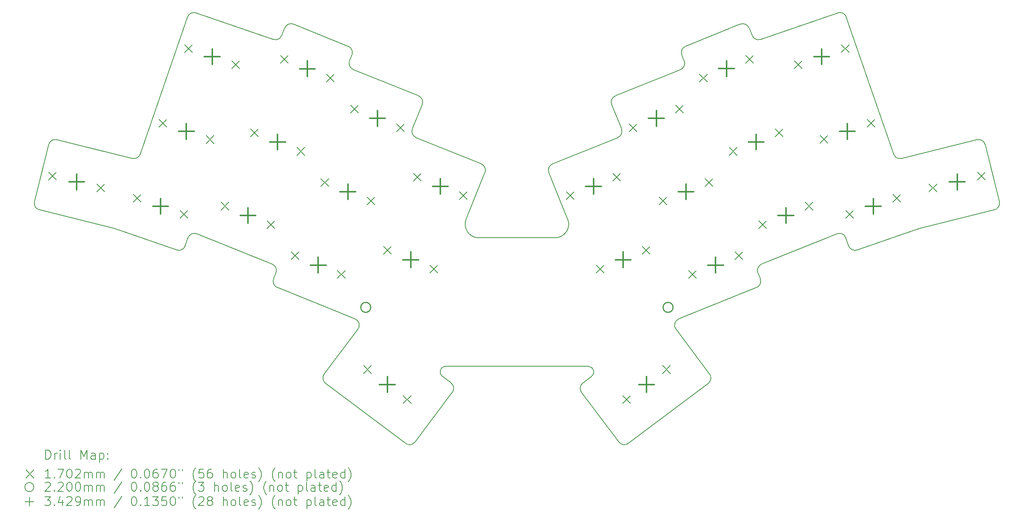
<source format=gbr>
%TF.GenerationSoftware,KiCad,Pcbnew,8.0.4*%
%TF.CreationDate,2024-07-19T09:36:50+10:00*%
%TF.ProjectId,'akohekohe,27616b6f-6865-46b6-9f68-652e6b696361,0.1*%
%TF.SameCoordinates,Original*%
%TF.FileFunction,Drillmap*%
%TF.FilePolarity,Positive*%
%FSLAX45Y45*%
G04 Gerber Fmt 4.5, Leading zero omitted, Abs format (unit mm)*
G04 Created by KiCad (PCBNEW 8.0.4) date 2024-07-19 09:36:50*
%MOMM*%
%LPD*%
G01*
G04 APERTURE LIST*
%ADD10C,0.150000*%
%ADD11C,0.200000*%
%ADD12C,0.170180*%
%ADD13C,0.220000*%
%ADD14C,0.342900*%
G04 APERTURE END LIST*
D10*
X22629116Y-7185267D02*
X22561431Y-7017741D01*
X12026152Y-12244132D02*
G75*
G02*
X12109039Y-12439400I-56192J-139078D01*
G01*
X18276253Y-11660568D02*
X16589421Y-11660568D01*
X7269947Y-9490673D02*
X8933373Y-9905412D01*
X15206624Y-9444176D02*
G75*
G02*
X15123737Y-9248907I56186J139076D01*
G01*
X16643759Y-10024816D02*
G75*
G02*
X16726643Y-10220083I-56189J-139074D01*
G01*
X19897065Y-16208210D02*
X21658535Y-14880847D01*
X12140417Y-12762157D02*
G75*
G02*
X12057532Y-12566889I56193J139077D01*
G01*
X13819115Y-7939867D02*
X15256250Y-8520508D01*
X10345852Y-6684585D02*
X12048644Y-7270904D01*
X15178676Y-16178687D02*
X16005861Y-15081149D01*
X19741936Y-9248907D02*
G75*
G02*
X19659050Y-9444177I-139076J-56193D01*
G01*
X12304242Y-7017741D02*
X12236557Y-7185267D01*
X10363365Y-11572322D02*
X12026152Y-12244132D01*
X12236557Y-7185267D02*
G75*
G02*
X12048644Y-7270906I-139077J56187D01*
G01*
X21077937Y-7617111D02*
G75*
G02*
X21160824Y-7421844I139073J56191D01*
G01*
X15178676Y-16178687D02*
G75*
G02*
X14968607Y-16208212I-119796J90267D01*
G01*
X18554408Y-11248186D02*
G75*
G02*
X18276253Y-11660573I-278158J-112384D01*
G01*
X22366162Y-6934854D02*
G75*
G02*
X22561426Y-7017742I56188J-139076D01*
G01*
X15785839Y-14726236D02*
G75*
G02*
X15843074Y-14504934I71981J99436D01*
G01*
X15123737Y-9248907D02*
X15339136Y-8715776D01*
X22756634Y-12439400D02*
G75*
G02*
X22839522Y-12244133I139076J56190D01*
G01*
X8543626Y-11457895D02*
X9914628Y-11929968D01*
X19897065Y-16208210D02*
G75*
G02*
X19686995Y-16178689I-90275J119791D01*
G01*
X10105291Y-11836976D02*
G75*
G02*
X9914627Y-11929972I-141831J48836D01*
G01*
X13856854Y-13455643D02*
G75*
G02*
X13920457Y-13684991I-56194J-139077D01*
G01*
X13704850Y-7421842D02*
G75*
G02*
X13787737Y-7617111I-56190J-139078D01*
G01*
X18860438Y-15081649D02*
G75*
G02*
X18889963Y-14871579I119822J90269D01*
G01*
X22839521Y-12244132D02*
X24502308Y-11572322D01*
X24710484Y-6777578D02*
X25754184Y-9808702D01*
X12304242Y-7017741D02*
G75*
G02*
X12499511Y-6934853I139078J-56189D01*
G01*
X20945214Y-13684992D02*
G75*
G02*
X21008819Y-13455642I119796J90272D01*
G01*
X24502308Y-11572322D02*
G75*
G02*
X24700328Y-11662564I56192J-139078D01*
G01*
X19023126Y-14505734D02*
X15843074Y-14504934D01*
X13207138Y-14880847D02*
X14968608Y-16208210D01*
X25932300Y-9905412D02*
G75*
G02*
X25754184Y-9808703I-36290J145542D01*
G01*
X24951045Y-11929968D02*
G75*
G02*
X24760382Y-11836976I-48835J141829D01*
G01*
X22808143Y-12566888D02*
X22756634Y-12439400D01*
X18139028Y-10220084D02*
G75*
G02*
X18221914Y-10024814I139073J56194D01*
G01*
X15976337Y-14871078D02*
G75*
G02*
X16005862Y-15081150I-90297J-119802D01*
G01*
X26321832Y-11457272D02*
X27982801Y-11043146D01*
X22817029Y-7270904D02*
X24519821Y-6684585D01*
X7088114Y-9599929D02*
G75*
G02*
X7269947Y-9490673I145546J-36291D01*
G01*
X7088114Y-9599929D02*
X6773616Y-10861313D01*
X15256249Y-8520508D02*
G75*
G02*
X15339143Y-8715779I-56190J-139082D01*
G01*
X24700327Y-11662564D02*
X24760382Y-11836976D01*
X10165346Y-11662564D02*
G75*
G02*
X10363363Y-11572327I141824J-48836D01*
G01*
X8543841Y-11457272D02*
X8543626Y-11457895D01*
X10105291Y-11836976D02*
X10165346Y-11662564D01*
X19526537Y-8715776D02*
X19741936Y-9248907D01*
X12140417Y-12762157D02*
X13856854Y-13455643D01*
X16589421Y-11660568D02*
G75*
G02*
X16311267Y-11248187I-1J299999D01*
G01*
X15976337Y-14871078D02*
X15785638Y-14726482D01*
X20945214Y-13684992D02*
X21688058Y-14670780D01*
X12109039Y-12439400D02*
X12057530Y-12566888D01*
X28092057Y-10861314D02*
G75*
G02*
X27982801Y-11043146I-145547J-36287D01*
G01*
X6882872Y-11043146D02*
X8543841Y-11457272D01*
X19526537Y-8715776D02*
G75*
G02*
X19609427Y-8520516I139073J56186D01*
G01*
X13736228Y-7744599D02*
X13787736Y-7617111D01*
X13177615Y-14670780D02*
X13920459Y-13684992D01*
X21688058Y-14670780D02*
G75*
G02*
X21658534Y-14880846I-119798J-90270D01*
G01*
X9111489Y-9808702D02*
X10155189Y-6777578D01*
X24519821Y-6684585D02*
G75*
G02*
X24710487Y-6777577I48839J-141825D01*
G01*
X18889962Y-14871578D02*
X19080562Y-14727282D01*
X25932300Y-9905412D02*
X27595726Y-9490673D01*
X24951045Y-11929968D02*
X26322047Y-11457895D01*
X13819115Y-7939867D02*
G75*
G02*
X13736230Y-7744600I56195J139077D01*
G01*
X27595726Y-9490673D02*
G75*
G02*
X27777555Y-9599930I36284J-145547D01*
G01*
X26322047Y-11457895D02*
X26321832Y-11457272D01*
X9111489Y-9808702D02*
G75*
G02*
X8933372Y-9905415I-141829J48832D01*
G01*
X18221914Y-10024816D02*
X19659049Y-9444176D01*
X18860438Y-15081649D02*
X19686997Y-16178687D01*
X13704850Y-7421842D02*
X12499511Y-6934854D01*
X18139028Y-10220084D02*
X18554408Y-11248187D01*
X21129445Y-7744599D02*
G75*
G02*
X21046558Y-7939866I-139075J-56191D01*
G01*
X19023126Y-14505734D02*
G75*
G02*
X19080361Y-14727036I-14746J-121866D01*
G01*
X21077937Y-7617111D02*
X21129445Y-7744599D01*
X22366162Y-6934854D02*
X21160823Y-7421842D01*
X13207138Y-14880847D02*
G75*
G02*
X13177612Y-14670778I90272J119797D01*
G01*
X15206624Y-9444176D02*
X16643759Y-10024816D01*
X19609424Y-8520508D02*
X21046559Y-7939867D01*
X22808143Y-12566888D02*
G75*
G02*
X22725255Y-12762155I-139073J-56192D01*
G01*
X16311265Y-11248187D02*
X16726646Y-10220084D01*
X10155189Y-6777578D02*
G75*
G02*
X10345854Y-6684579I141831J-48832D01*
G01*
X22817029Y-7270904D02*
G75*
G02*
X22629114Y-7185268I-48839J141824D01*
G01*
X6882872Y-11043146D02*
G75*
G02*
X6773614Y-10861313I36288J145546D01*
G01*
X21008819Y-13455642D02*
X22725256Y-12762157D01*
X28092057Y-10861313D02*
X27777559Y-9599929D01*
D11*
D12*
X7088350Y-10206011D02*
X7258530Y-10376191D01*
X7258530Y-10206011D02*
X7088350Y-10376191D01*
X8155674Y-10472126D02*
X8325854Y-10642306D01*
X8325854Y-10472126D02*
X8155674Y-10642306D01*
X8955367Y-10697779D02*
X9125547Y-10867959D01*
X9125547Y-10697779D02*
X8955367Y-10867959D01*
X9525114Y-9043119D02*
X9695294Y-9213299D01*
X9695294Y-9043119D02*
X9525114Y-9213299D01*
X9995441Y-11055904D02*
X10165621Y-11226084D01*
X10165621Y-11055904D02*
X9995441Y-11226084D01*
X10094858Y-7388462D02*
X10265038Y-7558642D01*
X10265038Y-7388462D02*
X10094858Y-7558642D01*
X10565187Y-9401244D02*
X10735367Y-9571424D01*
X10735367Y-9401244D02*
X10565187Y-9571424D01*
X10896327Y-10874115D02*
X11066507Y-11044295D01*
X11066507Y-10874115D02*
X10896327Y-11044295D01*
X11134932Y-7746587D02*
X11305112Y-7916767D01*
X11305112Y-7746587D02*
X11134932Y-7916767D01*
X11551894Y-9251538D02*
X11722074Y-9421718D01*
X11722074Y-9251538D02*
X11551894Y-9421718D01*
X11916228Y-11286183D02*
X12086408Y-11456363D01*
X12086408Y-11286183D02*
X11916228Y-11456363D01*
X12207455Y-7628969D02*
X12377635Y-7799149D01*
X12377635Y-7628969D02*
X12207455Y-7799149D01*
X12447732Y-11972780D02*
X12617912Y-12142960D01*
X12617912Y-11972780D02*
X12447732Y-12142960D01*
X12571795Y-9663606D02*
X12741975Y-9833786D01*
X12741975Y-9663606D02*
X12571795Y-9833786D01*
X13103290Y-10350207D02*
X13273470Y-10520387D01*
X13273470Y-10350207D02*
X13103290Y-10520387D01*
X13227356Y-8041036D02*
X13397536Y-8211216D01*
X13397536Y-8041036D02*
X13227356Y-8211216D01*
X13467633Y-12384848D02*
X13637813Y-12555028D01*
X13637813Y-12384848D02*
X13467633Y-12555028D01*
X13758855Y-8727632D02*
X13929035Y-8897812D01*
X13929035Y-8727632D02*
X13758855Y-8897812D01*
X14044985Y-14489532D02*
X14215165Y-14659712D01*
X14215165Y-14489532D02*
X14044985Y-14659712D01*
X14044986Y-14489532D02*
X14215166Y-14659712D01*
X14215166Y-14489532D02*
X14044986Y-14659712D01*
X14123191Y-10762274D02*
X14293371Y-10932454D01*
X14293371Y-10762274D02*
X14123191Y-10932454D01*
X14490802Y-11854517D02*
X14660982Y-12024697D01*
X14660982Y-11854517D02*
X14490802Y-12024697D01*
X14778756Y-9139699D02*
X14948936Y-9309879D01*
X14948936Y-9139699D02*
X14778756Y-9309879D01*
X14923484Y-15151529D02*
X15093664Y-15321709D01*
X15093664Y-15151529D02*
X14923484Y-15321709D01*
X14923484Y-15151529D02*
X15093664Y-15321709D01*
X15093664Y-15151529D02*
X14923484Y-15321709D01*
X15146365Y-10231944D02*
X15316545Y-10402124D01*
X15316545Y-10231944D02*
X15146365Y-10402124D01*
X15510703Y-12266584D02*
X15680883Y-12436764D01*
X15680883Y-12266584D02*
X15510703Y-12436764D01*
X16166266Y-10644012D02*
X16336446Y-10814192D01*
X16336446Y-10644012D02*
X16166266Y-10814192D01*
X18528886Y-10643805D02*
X18699066Y-10813985D01*
X18699066Y-10643805D02*
X18528886Y-10813985D01*
X19184793Y-12266582D02*
X19354973Y-12436762D01*
X19354973Y-12266582D02*
X19184793Y-12436762D01*
X19548786Y-10231735D02*
X19718966Y-10401915D01*
X19718966Y-10231735D02*
X19548786Y-10401915D01*
X19772009Y-15151529D02*
X19942189Y-15321709D01*
X19942189Y-15151529D02*
X19772009Y-15321709D01*
X19772009Y-15151529D02*
X19942189Y-15321709D01*
X19942189Y-15151529D02*
X19772009Y-15321709D01*
X19917380Y-9140117D02*
X20087560Y-9310297D01*
X20087560Y-9140117D02*
X19917380Y-9310297D01*
X20204693Y-11854512D02*
X20374873Y-12024692D01*
X20374873Y-11854512D02*
X20204693Y-12024692D01*
X20572302Y-10762275D02*
X20742482Y-10932455D01*
X20742482Y-10762275D02*
X20572302Y-10932455D01*
X20650508Y-14489532D02*
X20820688Y-14659712D01*
X20820688Y-14489532D02*
X20650508Y-14659712D01*
X20650508Y-14489532D02*
X20820688Y-14659712D01*
X20820688Y-14489532D02*
X20650508Y-14659712D01*
X20937280Y-8728047D02*
X21107460Y-8898227D01*
X21107460Y-8728047D02*
X20937280Y-8898227D01*
X21227861Y-12384846D02*
X21398041Y-12555026D01*
X21398041Y-12384846D02*
X21227861Y-12555026D01*
X21467978Y-8040777D02*
X21638158Y-8210957D01*
X21638158Y-8040777D02*
X21467978Y-8210957D01*
X21592202Y-10350205D02*
X21762382Y-10520385D01*
X21762382Y-10350205D02*
X21592202Y-10520385D01*
X22123698Y-9663608D02*
X22293878Y-9833788D01*
X22293878Y-9663608D02*
X22123698Y-9833788D01*
X22247760Y-11972776D02*
X22417940Y-12142956D01*
X22417940Y-11972776D02*
X22247760Y-12142956D01*
X22487878Y-7628707D02*
X22658058Y-7798887D01*
X22658058Y-7628707D02*
X22487878Y-7798887D01*
X22779257Y-11286183D02*
X22949437Y-11456363D01*
X22949437Y-11286183D02*
X22779257Y-11456363D01*
X23143598Y-9251538D02*
X23313778Y-9421718D01*
X23313778Y-9251538D02*
X23143598Y-9421718D01*
X23561385Y-7747277D02*
X23731565Y-7917457D01*
X23731565Y-7747277D02*
X23561385Y-7917457D01*
X23799157Y-10874113D02*
X23969337Y-11044293D01*
X23969337Y-10874113D02*
X23799157Y-11044293D01*
X24129639Y-9400626D02*
X24299819Y-9570806D01*
X24299819Y-9400626D02*
X24129639Y-9570806D01*
X24601454Y-7389152D02*
X24771634Y-7559332D01*
X24771634Y-7389152D02*
X24601454Y-7559332D01*
X24700053Y-11055906D02*
X24870233Y-11226086D01*
X24870233Y-11055906D02*
X24700053Y-11226086D01*
X25169708Y-9042501D02*
X25339888Y-9212681D01*
X25339888Y-9042501D02*
X25169708Y-9212681D01*
X25740122Y-10697781D02*
X25910302Y-10867961D01*
X25910302Y-10697781D02*
X25740122Y-10867961D01*
X26539820Y-10472127D02*
X26710000Y-10642307D01*
X26710000Y-10472127D02*
X26539820Y-10642307D01*
X27607143Y-10206010D02*
X27777323Y-10376190D01*
X27777323Y-10206010D02*
X27607143Y-10376190D01*
D13*
X14203352Y-13200670D02*
G75*
G02*
X13983352Y-13200670I-110000J0D01*
G01*
X13983352Y-13200670D02*
G75*
G02*
X14203352Y-13200670I110000J0D01*
G01*
X14203352Y-13200670D02*
G75*
G02*
X13983352Y-13200670I-110000J0D01*
G01*
X13983352Y-13200670D02*
G75*
G02*
X14203352Y-13200670I110000J0D01*
G01*
X20882321Y-13200670D02*
G75*
G02*
X20662321Y-13200670I-110000J0D01*
G01*
X20662321Y-13200670D02*
G75*
G02*
X20882321Y-13200670I110000J0D01*
G01*
D14*
X7707102Y-10252709D02*
X7707102Y-10595609D01*
X7535652Y-10424159D02*
X7878552Y-10424159D01*
X9560494Y-10790481D02*
X9560494Y-11133381D01*
X9389044Y-10961931D02*
X9731944Y-10961931D01*
X10130240Y-9135822D02*
X10130240Y-9478722D01*
X9958790Y-9307272D02*
X10301690Y-9307272D01*
X10699985Y-7481164D02*
X10699985Y-7824064D01*
X10528535Y-7652614D02*
X10871435Y-7652614D01*
X11491368Y-10993789D02*
X11491368Y-11336689D01*
X11319918Y-11165239D02*
X11662818Y-11165239D01*
X12146934Y-9371212D02*
X12146934Y-9714112D01*
X11975484Y-9542662D02*
X12318384Y-9542662D01*
X12802496Y-7748642D02*
X12802496Y-8091542D01*
X12631046Y-7920092D02*
X12973946Y-7920092D01*
X13042773Y-12092454D02*
X13042773Y-12435354D01*
X12871323Y-12263904D02*
X13214223Y-12263904D01*
X13698331Y-10469880D02*
X13698331Y-10812780D01*
X13526881Y-10641330D02*
X13869781Y-10641330D01*
X14353896Y-8847306D02*
X14353896Y-9190206D01*
X14182446Y-9018756D02*
X14525346Y-9018756D01*
X14569325Y-14734170D02*
X14569325Y-15077070D01*
X14397875Y-14905620D02*
X14740775Y-14905620D01*
X14569325Y-14734170D02*
X14569325Y-15077070D01*
X14397875Y-14905620D02*
X14740775Y-14905620D01*
X15085843Y-11974190D02*
X15085843Y-12317090D01*
X14914393Y-12145640D02*
X15257293Y-12145640D01*
X15741405Y-10351618D02*
X15741405Y-10694518D01*
X15569955Y-10523068D02*
X15912855Y-10523068D01*
X19123926Y-10351410D02*
X19123926Y-10694310D01*
X18952476Y-10522860D02*
X19295376Y-10522860D01*
X19779833Y-11974187D02*
X19779833Y-12317087D01*
X19608383Y-12145637D02*
X19951283Y-12145637D01*
X20296348Y-14734170D02*
X20296348Y-15077070D01*
X20124898Y-14905620D02*
X20467798Y-14905620D01*
X20296348Y-14734170D02*
X20296348Y-15077070D01*
X20124898Y-14905620D02*
X20467798Y-14905620D01*
X20512420Y-8847722D02*
X20512420Y-9190622D01*
X20340970Y-9019172D02*
X20683870Y-9019172D01*
X21167342Y-10469880D02*
X21167342Y-10812780D01*
X20995892Y-10641330D02*
X21338792Y-10641330D01*
X21822901Y-12092451D02*
X21822901Y-12435351D01*
X21651451Y-12263901D02*
X21994351Y-12263901D01*
X22063018Y-7748382D02*
X22063018Y-8091282D01*
X21891568Y-7919832D02*
X22234468Y-7919832D01*
X22718738Y-9371213D02*
X22718738Y-9714113D01*
X22547288Y-9542663D02*
X22890188Y-9542663D01*
X23374297Y-10993788D02*
X23374297Y-11336688D01*
X23202847Y-11165238D02*
X23545747Y-11165238D01*
X24166509Y-7481854D02*
X24166509Y-7824754D01*
X23995059Y-7653304D02*
X24337959Y-7653304D01*
X24734764Y-9135203D02*
X24734764Y-9478103D01*
X24563314Y-9306653D02*
X24906214Y-9306653D01*
X25305177Y-10790484D02*
X25305177Y-11133384D01*
X25133727Y-10961934D02*
X25476627Y-10961934D01*
X27158571Y-10252709D02*
X27158571Y-10595609D01*
X26987121Y-10424159D02*
X27330021Y-10424159D01*
D11*
X7022435Y-16557401D02*
X7022435Y-16357401D01*
X7022435Y-16357401D02*
X7070054Y-16357401D01*
X7070054Y-16357401D02*
X7098626Y-16366925D01*
X7098626Y-16366925D02*
X7117673Y-16385973D01*
X7117673Y-16385973D02*
X7127197Y-16405020D01*
X7127197Y-16405020D02*
X7136721Y-16443116D01*
X7136721Y-16443116D02*
X7136721Y-16471687D01*
X7136721Y-16471687D02*
X7127197Y-16509782D01*
X7127197Y-16509782D02*
X7117673Y-16528830D01*
X7117673Y-16528830D02*
X7098626Y-16547878D01*
X7098626Y-16547878D02*
X7070054Y-16557401D01*
X7070054Y-16557401D02*
X7022435Y-16557401D01*
X7222435Y-16557401D02*
X7222435Y-16424068D01*
X7222435Y-16462163D02*
X7231959Y-16443116D01*
X7231959Y-16443116D02*
X7241483Y-16433592D01*
X7241483Y-16433592D02*
X7260530Y-16424068D01*
X7260530Y-16424068D02*
X7279578Y-16424068D01*
X7346245Y-16557401D02*
X7346245Y-16424068D01*
X7346245Y-16357401D02*
X7336721Y-16366925D01*
X7336721Y-16366925D02*
X7346245Y-16376449D01*
X7346245Y-16376449D02*
X7355768Y-16366925D01*
X7355768Y-16366925D02*
X7346245Y-16357401D01*
X7346245Y-16357401D02*
X7346245Y-16376449D01*
X7470054Y-16557401D02*
X7451007Y-16547878D01*
X7451007Y-16547878D02*
X7441483Y-16528830D01*
X7441483Y-16528830D02*
X7441483Y-16357401D01*
X7574816Y-16557401D02*
X7555768Y-16547878D01*
X7555768Y-16547878D02*
X7546245Y-16528830D01*
X7546245Y-16528830D02*
X7546245Y-16357401D01*
X7803388Y-16557401D02*
X7803388Y-16357401D01*
X7803388Y-16357401D02*
X7870054Y-16500259D01*
X7870054Y-16500259D02*
X7936721Y-16357401D01*
X7936721Y-16357401D02*
X7936721Y-16557401D01*
X8117673Y-16557401D02*
X8117673Y-16452640D01*
X8117673Y-16452640D02*
X8108149Y-16433592D01*
X8108149Y-16433592D02*
X8089102Y-16424068D01*
X8089102Y-16424068D02*
X8051007Y-16424068D01*
X8051007Y-16424068D02*
X8031959Y-16433592D01*
X8117673Y-16547878D02*
X8098626Y-16557401D01*
X8098626Y-16557401D02*
X8051007Y-16557401D01*
X8051007Y-16557401D02*
X8031959Y-16547878D01*
X8031959Y-16547878D02*
X8022435Y-16528830D01*
X8022435Y-16528830D02*
X8022435Y-16509782D01*
X8022435Y-16509782D02*
X8031959Y-16490735D01*
X8031959Y-16490735D02*
X8051007Y-16481211D01*
X8051007Y-16481211D02*
X8098626Y-16481211D01*
X8098626Y-16481211D02*
X8117673Y-16471687D01*
X8212911Y-16424068D02*
X8212911Y-16624068D01*
X8212911Y-16433592D02*
X8231959Y-16424068D01*
X8231959Y-16424068D02*
X8270054Y-16424068D01*
X8270054Y-16424068D02*
X8289102Y-16433592D01*
X8289102Y-16433592D02*
X8298626Y-16443116D01*
X8298626Y-16443116D02*
X8308149Y-16462163D01*
X8308149Y-16462163D02*
X8308149Y-16519306D01*
X8308149Y-16519306D02*
X8298626Y-16538354D01*
X8298626Y-16538354D02*
X8289102Y-16547878D01*
X8289102Y-16547878D02*
X8270054Y-16557401D01*
X8270054Y-16557401D02*
X8231959Y-16557401D01*
X8231959Y-16557401D02*
X8212911Y-16547878D01*
X8393864Y-16538354D02*
X8403388Y-16547878D01*
X8403388Y-16547878D02*
X8393864Y-16557401D01*
X8393864Y-16557401D02*
X8384340Y-16547878D01*
X8384340Y-16547878D02*
X8393864Y-16538354D01*
X8393864Y-16538354D02*
X8393864Y-16557401D01*
X8393864Y-16433592D02*
X8403388Y-16443116D01*
X8403388Y-16443116D02*
X8393864Y-16452640D01*
X8393864Y-16452640D02*
X8384340Y-16443116D01*
X8384340Y-16443116D02*
X8393864Y-16433592D01*
X8393864Y-16433592D02*
X8393864Y-16452640D01*
D12*
X6591478Y-16800828D02*
X6761658Y-16971008D01*
X6761658Y-16800828D02*
X6591478Y-16971008D01*
D11*
X7127197Y-16977402D02*
X7012911Y-16977402D01*
X7070054Y-16977402D02*
X7070054Y-16777402D01*
X7070054Y-16777402D02*
X7051007Y-16805973D01*
X7051007Y-16805973D02*
X7031959Y-16825021D01*
X7031959Y-16825021D02*
X7012911Y-16834544D01*
X7212911Y-16958354D02*
X7222435Y-16967878D01*
X7222435Y-16967878D02*
X7212911Y-16977402D01*
X7212911Y-16977402D02*
X7203388Y-16967878D01*
X7203388Y-16967878D02*
X7212911Y-16958354D01*
X7212911Y-16958354D02*
X7212911Y-16977402D01*
X7289102Y-16777402D02*
X7422435Y-16777402D01*
X7422435Y-16777402D02*
X7336721Y-16977402D01*
X7536721Y-16777402D02*
X7555769Y-16777402D01*
X7555769Y-16777402D02*
X7574816Y-16786925D01*
X7574816Y-16786925D02*
X7584340Y-16796449D01*
X7584340Y-16796449D02*
X7593864Y-16815497D01*
X7593864Y-16815497D02*
X7603388Y-16853592D01*
X7603388Y-16853592D02*
X7603388Y-16901211D01*
X7603388Y-16901211D02*
X7593864Y-16939306D01*
X7593864Y-16939306D02*
X7584340Y-16958354D01*
X7584340Y-16958354D02*
X7574816Y-16967878D01*
X7574816Y-16967878D02*
X7555769Y-16977402D01*
X7555769Y-16977402D02*
X7536721Y-16977402D01*
X7536721Y-16977402D02*
X7517673Y-16967878D01*
X7517673Y-16967878D02*
X7508149Y-16958354D01*
X7508149Y-16958354D02*
X7498626Y-16939306D01*
X7498626Y-16939306D02*
X7489102Y-16901211D01*
X7489102Y-16901211D02*
X7489102Y-16853592D01*
X7489102Y-16853592D02*
X7498626Y-16815497D01*
X7498626Y-16815497D02*
X7508149Y-16796449D01*
X7508149Y-16796449D02*
X7517673Y-16786925D01*
X7517673Y-16786925D02*
X7536721Y-16777402D01*
X7679578Y-16796449D02*
X7689102Y-16786925D01*
X7689102Y-16786925D02*
X7708149Y-16777402D01*
X7708149Y-16777402D02*
X7755769Y-16777402D01*
X7755769Y-16777402D02*
X7774816Y-16786925D01*
X7774816Y-16786925D02*
X7784340Y-16796449D01*
X7784340Y-16796449D02*
X7793864Y-16815497D01*
X7793864Y-16815497D02*
X7793864Y-16834544D01*
X7793864Y-16834544D02*
X7784340Y-16863116D01*
X7784340Y-16863116D02*
X7670054Y-16977402D01*
X7670054Y-16977402D02*
X7793864Y-16977402D01*
X7879578Y-16977402D02*
X7879578Y-16844068D01*
X7879578Y-16863116D02*
X7889102Y-16853592D01*
X7889102Y-16853592D02*
X7908149Y-16844068D01*
X7908149Y-16844068D02*
X7936721Y-16844068D01*
X7936721Y-16844068D02*
X7955769Y-16853592D01*
X7955769Y-16853592D02*
X7965292Y-16872640D01*
X7965292Y-16872640D02*
X7965292Y-16977402D01*
X7965292Y-16872640D02*
X7974816Y-16853592D01*
X7974816Y-16853592D02*
X7993864Y-16844068D01*
X7993864Y-16844068D02*
X8022435Y-16844068D01*
X8022435Y-16844068D02*
X8041483Y-16853592D01*
X8041483Y-16853592D02*
X8051007Y-16872640D01*
X8051007Y-16872640D02*
X8051007Y-16977402D01*
X8146245Y-16977402D02*
X8146245Y-16844068D01*
X8146245Y-16863116D02*
X8155769Y-16853592D01*
X8155769Y-16853592D02*
X8174816Y-16844068D01*
X8174816Y-16844068D02*
X8203388Y-16844068D01*
X8203388Y-16844068D02*
X8222435Y-16853592D01*
X8222435Y-16853592D02*
X8231959Y-16872640D01*
X8231959Y-16872640D02*
X8231959Y-16977402D01*
X8231959Y-16872640D02*
X8241483Y-16853592D01*
X8241483Y-16853592D02*
X8260530Y-16844068D01*
X8260530Y-16844068D02*
X8289102Y-16844068D01*
X8289102Y-16844068D02*
X8308150Y-16853592D01*
X8308150Y-16853592D02*
X8317673Y-16872640D01*
X8317673Y-16872640D02*
X8317673Y-16977402D01*
X8708150Y-16767878D02*
X8536721Y-17025021D01*
X8965293Y-16777402D02*
X8984340Y-16777402D01*
X8984340Y-16777402D02*
X9003388Y-16786925D01*
X9003388Y-16786925D02*
X9012912Y-16796449D01*
X9012912Y-16796449D02*
X9022435Y-16815497D01*
X9022435Y-16815497D02*
X9031959Y-16853592D01*
X9031959Y-16853592D02*
X9031959Y-16901211D01*
X9031959Y-16901211D02*
X9022435Y-16939306D01*
X9022435Y-16939306D02*
X9012912Y-16958354D01*
X9012912Y-16958354D02*
X9003388Y-16967878D01*
X9003388Y-16967878D02*
X8984340Y-16977402D01*
X8984340Y-16977402D02*
X8965293Y-16977402D01*
X8965293Y-16977402D02*
X8946245Y-16967878D01*
X8946245Y-16967878D02*
X8936721Y-16958354D01*
X8936721Y-16958354D02*
X8927197Y-16939306D01*
X8927197Y-16939306D02*
X8917674Y-16901211D01*
X8917674Y-16901211D02*
X8917674Y-16853592D01*
X8917674Y-16853592D02*
X8927197Y-16815497D01*
X8927197Y-16815497D02*
X8936721Y-16796449D01*
X8936721Y-16796449D02*
X8946245Y-16786925D01*
X8946245Y-16786925D02*
X8965293Y-16777402D01*
X9117674Y-16958354D02*
X9127197Y-16967878D01*
X9127197Y-16967878D02*
X9117674Y-16977402D01*
X9117674Y-16977402D02*
X9108150Y-16967878D01*
X9108150Y-16967878D02*
X9117674Y-16958354D01*
X9117674Y-16958354D02*
X9117674Y-16977402D01*
X9251007Y-16777402D02*
X9270055Y-16777402D01*
X9270055Y-16777402D02*
X9289102Y-16786925D01*
X9289102Y-16786925D02*
X9298626Y-16796449D01*
X9298626Y-16796449D02*
X9308150Y-16815497D01*
X9308150Y-16815497D02*
X9317674Y-16853592D01*
X9317674Y-16853592D02*
X9317674Y-16901211D01*
X9317674Y-16901211D02*
X9308150Y-16939306D01*
X9308150Y-16939306D02*
X9298626Y-16958354D01*
X9298626Y-16958354D02*
X9289102Y-16967878D01*
X9289102Y-16967878D02*
X9270055Y-16977402D01*
X9270055Y-16977402D02*
X9251007Y-16977402D01*
X9251007Y-16977402D02*
X9231959Y-16967878D01*
X9231959Y-16967878D02*
X9222435Y-16958354D01*
X9222435Y-16958354D02*
X9212912Y-16939306D01*
X9212912Y-16939306D02*
X9203388Y-16901211D01*
X9203388Y-16901211D02*
X9203388Y-16853592D01*
X9203388Y-16853592D02*
X9212912Y-16815497D01*
X9212912Y-16815497D02*
X9222435Y-16796449D01*
X9222435Y-16796449D02*
X9231959Y-16786925D01*
X9231959Y-16786925D02*
X9251007Y-16777402D01*
X9489102Y-16777402D02*
X9451007Y-16777402D01*
X9451007Y-16777402D02*
X9431959Y-16786925D01*
X9431959Y-16786925D02*
X9422435Y-16796449D01*
X9422435Y-16796449D02*
X9403388Y-16825021D01*
X9403388Y-16825021D02*
X9393864Y-16863116D01*
X9393864Y-16863116D02*
X9393864Y-16939306D01*
X9393864Y-16939306D02*
X9403388Y-16958354D01*
X9403388Y-16958354D02*
X9412912Y-16967878D01*
X9412912Y-16967878D02*
X9431959Y-16977402D01*
X9431959Y-16977402D02*
X9470055Y-16977402D01*
X9470055Y-16977402D02*
X9489102Y-16967878D01*
X9489102Y-16967878D02*
X9498626Y-16958354D01*
X9498626Y-16958354D02*
X9508150Y-16939306D01*
X9508150Y-16939306D02*
X9508150Y-16891687D01*
X9508150Y-16891687D02*
X9498626Y-16872640D01*
X9498626Y-16872640D02*
X9489102Y-16863116D01*
X9489102Y-16863116D02*
X9470055Y-16853592D01*
X9470055Y-16853592D02*
X9431959Y-16853592D01*
X9431959Y-16853592D02*
X9412912Y-16863116D01*
X9412912Y-16863116D02*
X9403388Y-16872640D01*
X9403388Y-16872640D02*
X9393864Y-16891687D01*
X9574816Y-16777402D02*
X9708150Y-16777402D01*
X9708150Y-16777402D02*
X9622435Y-16977402D01*
X9822435Y-16777402D02*
X9841483Y-16777402D01*
X9841483Y-16777402D02*
X9860531Y-16786925D01*
X9860531Y-16786925D02*
X9870055Y-16796449D01*
X9870055Y-16796449D02*
X9879578Y-16815497D01*
X9879578Y-16815497D02*
X9889102Y-16853592D01*
X9889102Y-16853592D02*
X9889102Y-16901211D01*
X9889102Y-16901211D02*
X9879578Y-16939306D01*
X9879578Y-16939306D02*
X9870055Y-16958354D01*
X9870055Y-16958354D02*
X9860531Y-16967878D01*
X9860531Y-16967878D02*
X9841483Y-16977402D01*
X9841483Y-16977402D02*
X9822435Y-16977402D01*
X9822435Y-16977402D02*
X9803388Y-16967878D01*
X9803388Y-16967878D02*
X9793864Y-16958354D01*
X9793864Y-16958354D02*
X9784340Y-16939306D01*
X9784340Y-16939306D02*
X9774816Y-16901211D01*
X9774816Y-16901211D02*
X9774816Y-16853592D01*
X9774816Y-16853592D02*
X9784340Y-16815497D01*
X9784340Y-16815497D02*
X9793864Y-16796449D01*
X9793864Y-16796449D02*
X9803388Y-16786925D01*
X9803388Y-16786925D02*
X9822435Y-16777402D01*
X9965293Y-16777402D02*
X9965293Y-16815497D01*
X10041483Y-16777402D02*
X10041483Y-16815497D01*
X10336721Y-17053592D02*
X10327197Y-17044068D01*
X10327197Y-17044068D02*
X10308150Y-17015497D01*
X10308150Y-17015497D02*
X10298626Y-16996449D01*
X10298626Y-16996449D02*
X10289102Y-16967878D01*
X10289102Y-16967878D02*
X10279578Y-16920259D01*
X10279578Y-16920259D02*
X10279578Y-16882163D01*
X10279578Y-16882163D02*
X10289102Y-16834544D01*
X10289102Y-16834544D02*
X10298626Y-16805973D01*
X10298626Y-16805973D02*
X10308150Y-16786925D01*
X10308150Y-16786925D02*
X10327197Y-16758354D01*
X10327197Y-16758354D02*
X10336721Y-16748830D01*
X10508150Y-16777402D02*
X10412912Y-16777402D01*
X10412912Y-16777402D02*
X10403388Y-16872640D01*
X10403388Y-16872640D02*
X10412912Y-16863116D01*
X10412912Y-16863116D02*
X10431959Y-16853592D01*
X10431959Y-16853592D02*
X10479578Y-16853592D01*
X10479578Y-16853592D02*
X10498626Y-16863116D01*
X10498626Y-16863116D02*
X10508150Y-16872640D01*
X10508150Y-16872640D02*
X10517674Y-16891687D01*
X10517674Y-16891687D02*
X10517674Y-16939306D01*
X10517674Y-16939306D02*
X10508150Y-16958354D01*
X10508150Y-16958354D02*
X10498626Y-16967878D01*
X10498626Y-16967878D02*
X10479578Y-16977402D01*
X10479578Y-16977402D02*
X10431959Y-16977402D01*
X10431959Y-16977402D02*
X10412912Y-16967878D01*
X10412912Y-16967878D02*
X10403388Y-16958354D01*
X10689102Y-16777402D02*
X10651007Y-16777402D01*
X10651007Y-16777402D02*
X10631959Y-16786925D01*
X10631959Y-16786925D02*
X10622436Y-16796449D01*
X10622436Y-16796449D02*
X10603388Y-16825021D01*
X10603388Y-16825021D02*
X10593864Y-16863116D01*
X10593864Y-16863116D02*
X10593864Y-16939306D01*
X10593864Y-16939306D02*
X10603388Y-16958354D01*
X10603388Y-16958354D02*
X10612912Y-16967878D01*
X10612912Y-16967878D02*
X10631959Y-16977402D01*
X10631959Y-16977402D02*
X10670055Y-16977402D01*
X10670055Y-16977402D02*
X10689102Y-16967878D01*
X10689102Y-16967878D02*
X10698626Y-16958354D01*
X10698626Y-16958354D02*
X10708150Y-16939306D01*
X10708150Y-16939306D02*
X10708150Y-16891687D01*
X10708150Y-16891687D02*
X10698626Y-16872640D01*
X10698626Y-16872640D02*
X10689102Y-16863116D01*
X10689102Y-16863116D02*
X10670055Y-16853592D01*
X10670055Y-16853592D02*
X10631959Y-16853592D01*
X10631959Y-16853592D02*
X10612912Y-16863116D01*
X10612912Y-16863116D02*
X10603388Y-16872640D01*
X10603388Y-16872640D02*
X10593864Y-16891687D01*
X10946245Y-16977402D02*
X10946245Y-16777402D01*
X11031959Y-16977402D02*
X11031959Y-16872640D01*
X11031959Y-16872640D02*
X11022436Y-16853592D01*
X11022436Y-16853592D02*
X11003388Y-16844068D01*
X11003388Y-16844068D02*
X10974817Y-16844068D01*
X10974817Y-16844068D02*
X10955769Y-16853592D01*
X10955769Y-16853592D02*
X10946245Y-16863116D01*
X11155769Y-16977402D02*
X11136721Y-16967878D01*
X11136721Y-16967878D02*
X11127198Y-16958354D01*
X11127198Y-16958354D02*
X11117674Y-16939306D01*
X11117674Y-16939306D02*
X11117674Y-16882163D01*
X11117674Y-16882163D02*
X11127198Y-16863116D01*
X11127198Y-16863116D02*
X11136721Y-16853592D01*
X11136721Y-16853592D02*
X11155769Y-16844068D01*
X11155769Y-16844068D02*
X11184340Y-16844068D01*
X11184340Y-16844068D02*
X11203388Y-16853592D01*
X11203388Y-16853592D02*
X11212912Y-16863116D01*
X11212912Y-16863116D02*
X11222436Y-16882163D01*
X11222436Y-16882163D02*
X11222436Y-16939306D01*
X11222436Y-16939306D02*
X11212912Y-16958354D01*
X11212912Y-16958354D02*
X11203388Y-16967878D01*
X11203388Y-16967878D02*
X11184340Y-16977402D01*
X11184340Y-16977402D02*
X11155769Y-16977402D01*
X11336721Y-16977402D02*
X11317674Y-16967878D01*
X11317674Y-16967878D02*
X11308150Y-16948830D01*
X11308150Y-16948830D02*
X11308150Y-16777402D01*
X11489102Y-16967878D02*
X11470055Y-16977402D01*
X11470055Y-16977402D02*
X11431959Y-16977402D01*
X11431959Y-16977402D02*
X11412912Y-16967878D01*
X11412912Y-16967878D02*
X11403388Y-16948830D01*
X11403388Y-16948830D02*
X11403388Y-16872640D01*
X11403388Y-16872640D02*
X11412912Y-16853592D01*
X11412912Y-16853592D02*
X11431959Y-16844068D01*
X11431959Y-16844068D02*
X11470055Y-16844068D01*
X11470055Y-16844068D02*
X11489102Y-16853592D01*
X11489102Y-16853592D02*
X11498626Y-16872640D01*
X11498626Y-16872640D02*
X11498626Y-16891687D01*
X11498626Y-16891687D02*
X11403388Y-16910735D01*
X11574817Y-16967878D02*
X11593864Y-16977402D01*
X11593864Y-16977402D02*
X11631959Y-16977402D01*
X11631959Y-16977402D02*
X11651007Y-16967878D01*
X11651007Y-16967878D02*
X11660531Y-16948830D01*
X11660531Y-16948830D02*
X11660531Y-16939306D01*
X11660531Y-16939306D02*
X11651007Y-16920259D01*
X11651007Y-16920259D02*
X11631959Y-16910735D01*
X11631959Y-16910735D02*
X11603388Y-16910735D01*
X11603388Y-16910735D02*
X11584340Y-16901211D01*
X11584340Y-16901211D02*
X11574817Y-16882163D01*
X11574817Y-16882163D02*
X11574817Y-16872640D01*
X11574817Y-16872640D02*
X11584340Y-16853592D01*
X11584340Y-16853592D02*
X11603388Y-16844068D01*
X11603388Y-16844068D02*
X11631959Y-16844068D01*
X11631959Y-16844068D02*
X11651007Y-16853592D01*
X11727198Y-17053592D02*
X11736721Y-17044068D01*
X11736721Y-17044068D02*
X11755769Y-17015497D01*
X11755769Y-17015497D02*
X11765293Y-16996449D01*
X11765293Y-16996449D02*
X11774817Y-16967878D01*
X11774817Y-16967878D02*
X11784340Y-16920259D01*
X11784340Y-16920259D02*
X11784340Y-16882163D01*
X11784340Y-16882163D02*
X11774817Y-16834544D01*
X11774817Y-16834544D02*
X11765293Y-16805973D01*
X11765293Y-16805973D02*
X11755769Y-16786925D01*
X11755769Y-16786925D02*
X11736721Y-16758354D01*
X11736721Y-16758354D02*
X11727198Y-16748830D01*
X12089102Y-17053592D02*
X12079578Y-17044068D01*
X12079578Y-17044068D02*
X12060531Y-17015497D01*
X12060531Y-17015497D02*
X12051007Y-16996449D01*
X12051007Y-16996449D02*
X12041483Y-16967878D01*
X12041483Y-16967878D02*
X12031959Y-16920259D01*
X12031959Y-16920259D02*
X12031959Y-16882163D01*
X12031959Y-16882163D02*
X12041483Y-16834544D01*
X12041483Y-16834544D02*
X12051007Y-16805973D01*
X12051007Y-16805973D02*
X12060531Y-16786925D01*
X12060531Y-16786925D02*
X12079578Y-16758354D01*
X12079578Y-16758354D02*
X12089102Y-16748830D01*
X12165293Y-16844068D02*
X12165293Y-16977402D01*
X12165293Y-16863116D02*
X12174817Y-16853592D01*
X12174817Y-16853592D02*
X12193864Y-16844068D01*
X12193864Y-16844068D02*
X12222436Y-16844068D01*
X12222436Y-16844068D02*
X12241483Y-16853592D01*
X12241483Y-16853592D02*
X12251007Y-16872640D01*
X12251007Y-16872640D02*
X12251007Y-16977402D01*
X12374817Y-16977402D02*
X12355769Y-16967878D01*
X12355769Y-16967878D02*
X12346245Y-16958354D01*
X12346245Y-16958354D02*
X12336721Y-16939306D01*
X12336721Y-16939306D02*
X12336721Y-16882163D01*
X12336721Y-16882163D02*
X12346245Y-16863116D01*
X12346245Y-16863116D02*
X12355769Y-16853592D01*
X12355769Y-16853592D02*
X12374817Y-16844068D01*
X12374817Y-16844068D02*
X12403388Y-16844068D01*
X12403388Y-16844068D02*
X12422436Y-16853592D01*
X12422436Y-16853592D02*
X12431959Y-16863116D01*
X12431959Y-16863116D02*
X12441483Y-16882163D01*
X12441483Y-16882163D02*
X12441483Y-16939306D01*
X12441483Y-16939306D02*
X12431959Y-16958354D01*
X12431959Y-16958354D02*
X12422436Y-16967878D01*
X12422436Y-16967878D02*
X12403388Y-16977402D01*
X12403388Y-16977402D02*
X12374817Y-16977402D01*
X12498626Y-16844068D02*
X12574817Y-16844068D01*
X12527198Y-16777402D02*
X12527198Y-16948830D01*
X12527198Y-16948830D02*
X12536721Y-16967878D01*
X12536721Y-16967878D02*
X12555769Y-16977402D01*
X12555769Y-16977402D02*
X12574817Y-16977402D01*
X12793864Y-16844068D02*
X12793864Y-17044068D01*
X12793864Y-16853592D02*
X12812912Y-16844068D01*
X12812912Y-16844068D02*
X12851007Y-16844068D01*
X12851007Y-16844068D02*
X12870055Y-16853592D01*
X12870055Y-16853592D02*
X12879579Y-16863116D01*
X12879579Y-16863116D02*
X12889102Y-16882163D01*
X12889102Y-16882163D02*
X12889102Y-16939306D01*
X12889102Y-16939306D02*
X12879579Y-16958354D01*
X12879579Y-16958354D02*
X12870055Y-16967878D01*
X12870055Y-16967878D02*
X12851007Y-16977402D01*
X12851007Y-16977402D02*
X12812912Y-16977402D01*
X12812912Y-16977402D02*
X12793864Y-16967878D01*
X13003388Y-16977402D02*
X12984340Y-16967878D01*
X12984340Y-16967878D02*
X12974817Y-16948830D01*
X12974817Y-16948830D02*
X12974817Y-16777402D01*
X13165293Y-16977402D02*
X13165293Y-16872640D01*
X13165293Y-16872640D02*
X13155769Y-16853592D01*
X13155769Y-16853592D02*
X13136721Y-16844068D01*
X13136721Y-16844068D02*
X13098626Y-16844068D01*
X13098626Y-16844068D02*
X13079579Y-16853592D01*
X13165293Y-16967878D02*
X13146245Y-16977402D01*
X13146245Y-16977402D02*
X13098626Y-16977402D01*
X13098626Y-16977402D02*
X13079579Y-16967878D01*
X13079579Y-16967878D02*
X13070055Y-16948830D01*
X13070055Y-16948830D02*
X13070055Y-16929782D01*
X13070055Y-16929782D02*
X13079579Y-16910735D01*
X13079579Y-16910735D02*
X13098626Y-16901211D01*
X13098626Y-16901211D02*
X13146245Y-16901211D01*
X13146245Y-16901211D02*
X13165293Y-16891687D01*
X13231960Y-16844068D02*
X13308150Y-16844068D01*
X13260531Y-16777402D02*
X13260531Y-16948830D01*
X13260531Y-16948830D02*
X13270055Y-16967878D01*
X13270055Y-16967878D02*
X13289102Y-16977402D01*
X13289102Y-16977402D02*
X13308150Y-16977402D01*
X13451007Y-16967878D02*
X13431960Y-16977402D01*
X13431960Y-16977402D02*
X13393864Y-16977402D01*
X13393864Y-16977402D02*
X13374817Y-16967878D01*
X13374817Y-16967878D02*
X13365293Y-16948830D01*
X13365293Y-16948830D02*
X13365293Y-16872640D01*
X13365293Y-16872640D02*
X13374817Y-16853592D01*
X13374817Y-16853592D02*
X13393864Y-16844068D01*
X13393864Y-16844068D02*
X13431960Y-16844068D01*
X13431960Y-16844068D02*
X13451007Y-16853592D01*
X13451007Y-16853592D02*
X13460531Y-16872640D01*
X13460531Y-16872640D02*
X13460531Y-16891687D01*
X13460531Y-16891687D02*
X13365293Y-16910735D01*
X13631960Y-16977402D02*
X13631960Y-16777402D01*
X13631960Y-16967878D02*
X13612912Y-16977402D01*
X13612912Y-16977402D02*
X13574817Y-16977402D01*
X13574817Y-16977402D02*
X13555769Y-16967878D01*
X13555769Y-16967878D02*
X13546245Y-16958354D01*
X13546245Y-16958354D02*
X13536721Y-16939306D01*
X13536721Y-16939306D02*
X13536721Y-16882163D01*
X13536721Y-16882163D02*
X13546245Y-16863116D01*
X13546245Y-16863116D02*
X13555769Y-16853592D01*
X13555769Y-16853592D02*
X13574817Y-16844068D01*
X13574817Y-16844068D02*
X13612912Y-16844068D01*
X13612912Y-16844068D02*
X13631960Y-16853592D01*
X13708150Y-17053592D02*
X13717674Y-17044068D01*
X13717674Y-17044068D02*
X13736721Y-17015497D01*
X13736721Y-17015497D02*
X13746245Y-16996449D01*
X13746245Y-16996449D02*
X13755769Y-16967878D01*
X13755769Y-16967878D02*
X13765293Y-16920259D01*
X13765293Y-16920259D02*
X13765293Y-16882163D01*
X13765293Y-16882163D02*
X13755769Y-16834544D01*
X13755769Y-16834544D02*
X13746245Y-16805973D01*
X13746245Y-16805973D02*
X13736721Y-16786925D01*
X13736721Y-16786925D02*
X13717674Y-16758354D01*
X13717674Y-16758354D02*
X13708150Y-16748830D01*
X6761658Y-17176098D02*
G75*
G02*
X6561658Y-17176098I-100000J0D01*
G01*
X6561658Y-17176098D02*
G75*
G02*
X6761658Y-17176098I100000J0D01*
G01*
X7012911Y-17086629D02*
X7022435Y-17077105D01*
X7022435Y-17077105D02*
X7041483Y-17067582D01*
X7041483Y-17067582D02*
X7089102Y-17067582D01*
X7089102Y-17067582D02*
X7108149Y-17077105D01*
X7108149Y-17077105D02*
X7117673Y-17086629D01*
X7117673Y-17086629D02*
X7127197Y-17105677D01*
X7127197Y-17105677D02*
X7127197Y-17124724D01*
X7127197Y-17124724D02*
X7117673Y-17153296D01*
X7117673Y-17153296D02*
X7003388Y-17267582D01*
X7003388Y-17267582D02*
X7127197Y-17267582D01*
X7212911Y-17248534D02*
X7222435Y-17258058D01*
X7222435Y-17258058D02*
X7212911Y-17267582D01*
X7212911Y-17267582D02*
X7203388Y-17258058D01*
X7203388Y-17258058D02*
X7212911Y-17248534D01*
X7212911Y-17248534D02*
X7212911Y-17267582D01*
X7298626Y-17086629D02*
X7308149Y-17077105D01*
X7308149Y-17077105D02*
X7327197Y-17067582D01*
X7327197Y-17067582D02*
X7374816Y-17067582D01*
X7374816Y-17067582D02*
X7393864Y-17077105D01*
X7393864Y-17077105D02*
X7403388Y-17086629D01*
X7403388Y-17086629D02*
X7412911Y-17105677D01*
X7412911Y-17105677D02*
X7412911Y-17124724D01*
X7412911Y-17124724D02*
X7403388Y-17153296D01*
X7403388Y-17153296D02*
X7289102Y-17267582D01*
X7289102Y-17267582D02*
X7412911Y-17267582D01*
X7536721Y-17067582D02*
X7555769Y-17067582D01*
X7555769Y-17067582D02*
X7574816Y-17077105D01*
X7574816Y-17077105D02*
X7584340Y-17086629D01*
X7584340Y-17086629D02*
X7593864Y-17105677D01*
X7593864Y-17105677D02*
X7603388Y-17143772D01*
X7603388Y-17143772D02*
X7603388Y-17191391D01*
X7603388Y-17191391D02*
X7593864Y-17229486D01*
X7593864Y-17229486D02*
X7584340Y-17248534D01*
X7584340Y-17248534D02*
X7574816Y-17258058D01*
X7574816Y-17258058D02*
X7555769Y-17267582D01*
X7555769Y-17267582D02*
X7536721Y-17267582D01*
X7536721Y-17267582D02*
X7517673Y-17258058D01*
X7517673Y-17258058D02*
X7508149Y-17248534D01*
X7508149Y-17248534D02*
X7498626Y-17229486D01*
X7498626Y-17229486D02*
X7489102Y-17191391D01*
X7489102Y-17191391D02*
X7489102Y-17143772D01*
X7489102Y-17143772D02*
X7498626Y-17105677D01*
X7498626Y-17105677D02*
X7508149Y-17086629D01*
X7508149Y-17086629D02*
X7517673Y-17077105D01*
X7517673Y-17077105D02*
X7536721Y-17067582D01*
X7727197Y-17067582D02*
X7746245Y-17067582D01*
X7746245Y-17067582D02*
X7765292Y-17077105D01*
X7765292Y-17077105D02*
X7774816Y-17086629D01*
X7774816Y-17086629D02*
X7784340Y-17105677D01*
X7784340Y-17105677D02*
X7793864Y-17143772D01*
X7793864Y-17143772D02*
X7793864Y-17191391D01*
X7793864Y-17191391D02*
X7784340Y-17229486D01*
X7784340Y-17229486D02*
X7774816Y-17248534D01*
X7774816Y-17248534D02*
X7765292Y-17258058D01*
X7765292Y-17258058D02*
X7746245Y-17267582D01*
X7746245Y-17267582D02*
X7727197Y-17267582D01*
X7727197Y-17267582D02*
X7708149Y-17258058D01*
X7708149Y-17258058D02*
X7698626Y-17248534D01*
X7698626Y-17248534D02*
X7689102Y-17229486D01*
X7689102Y-17229486D02*
X7679578Y-17191391D01*
X7679578Y-17191391D02*
X7679578Y-17143772D01*
X7679578Y-17143772D02*
X7689102Y-17105677D01*
X7689102Y-17105677D02*
X7698626Y-17086629D01*
X7698626Y-17086629D02*
X7708149Y-17077105D01*
X7708149Y-17077105D02*
X7727197Y-17067582D01*
X7879578Y-17267582D02*
X7879578Y-17134248D01*
X7879578Y-17153296D02*
X7889102Y-17143772D01*
X7889102Y-17143772D02*
X7908149Y-17134248D01*
X7908149Y-17134248D02*
X7936721Y-17134248D01*
X7936721Y-17134248D02*
X7955769Y-17143772D01*
X7955769Y-17143772D02*
X7965292Y-17162820D01*
X7965292Y-17162820D02*
X7965292Y-17267582D01*
X7965292Y-17162820D02*
X7974816Y-17143772D01*
X7974816Y-17143772D02*
X7993864Y-17134248D01*
X7993864Y-17134248D02*
X8022435Y-17134248D01*
X8022435Y-17134248D02*
X8041483Y-17143772D01*
X8041483Y-17143772D02*
X8051007Y-17162820D01*
X8051007Y-17162820D02*
X8051007Y-17267582D01*
X8146245Y-17267582D02*
X8146245Y-17134248D01*
X8146245Y-17153296D02*
X8155769Y-17143772D01*
X8155769Y-17143772D02*
X8174816Y-17134248D01*
X8174816Y-17134248D02*
X8203388Y-17134248D01*
X8203388Y-17134248D02*
X8222435Y-17143772D01*
X8222435Y-17143772D02*
X8231959Y-17162820D01*
X8231959Y-17162820D02*
X8231959Y-17267582D01*
X8231959Y-17162820D02*
X8241483Y-17143772D01*
X8241483Y-17143772D02*
X8260530Y-17134248D01*
X8260530Y-17134248D02*
X8289102Y-17134248D01*
X8289102Y-17134248D02*
X8308150Y-17143772D01*
X8308150Y-17143772D02*
X8317673Y-17162820D01*
X8317673Y-17162820D02*
X8317673Y-17267582D01*
X8708150Y-17058058D02*
X8536721Y-17315201D01*
X8965293Y-17067582D02*
X8984340Y-17067582D01*
X8984340Y-17067582D02*
X9003388Y-17077105D01*
X9003388Y-17077105D02*
X9012912Y-17086629D01*
X9012912Y-17086629D02*
X9022435Y-17105677D01*
X9022435Y-17105677D02*
X9031959Y-17143772D01*
X9031959Y-17143772D02*
X9031959Y-17191391D01*
X9031959Y-17191391D02*
X9022435Y-17229486D01*
X9022435Y-17229486D02*
X9012912Y-17248534D01*
X9012912Y-17248534D02*
X9003388Y-17258058D01*
X9003388Y-17258058D02*
X8984340Y-17267582D01*
X8984340Y-17267582D02*
X8965293Y-17267582D01*
X8965293Y-17267582D02*
X8946245Y-17258058D01*
X8946245Y-17258058D02*
X8936721Y-17248534D01*
X8936721Y-17248534D02*
X8927197Y-17229486D01*
X8927197Y-17229486D02*
X8917674Y-17191391D01*
X8917674Y-17191391D02*
X8917674Y-17143772D01*
X8917674Y-17143772D02*
X8927197Y-17105677D01*
X8927197Y-17105677D02*
X8936721Y-17086629D01*
X8936721Y-17086629D02*
X8946245Y-17077105D01*
X8946245Y-17077105D02*
X8965293Y-17067582D01*
X9117674Y-17248534D02*
X9127197Y-17258058D01*
X9127197Y-17258058D02*
X9117674Y-17267582D01*
X9117674Y-17267582D02*
X9108150Y-17258058D01*
X9108150Y-17258058D02*
X9117674Y-17248534D01*
X9117674Y-17248534D02*
X9117674Y-17267582D01*
X9251007Y-17067582D02*
X9270055Y-17067582D01*
X9270055Y-17067582D02*
X9289102Y-17077105D01*
X9289102Y-17077105D02*
X9298626Y-17086629D01*
X9298626Y-17086629D02*
X9308150Y-17105677D01*
X9308150Y-17105677D02*
X9317674Y-17143772D01*
X9317674Y-17143772D02*
X9317674Y-17191391D01*
X9317674Y-17191391D02*
X9308150Y-17229486D01*
X9308150Y-17229486D02*
X9298626Y-17248534D01*
X9298626Y-17248534D02*
X9289102Y-17258058D01*
X9289102Y-17258058D02*
X9270055Y-17267582D01*
X9270055Y-17267582D02*
X9251007Y-17267582D01*
X9251007Y-17267582D02*
X9231959Y-17258058D01*
X9231959Y-17258058D02*
X9222435Y-17248534D01*
X9222435Y-17248534D02*
X9212912Y-17229486D01*
X9212912Y-17229486D02*
X9203388Y-17191391D01*
X9203388Y-17191391D02*
X9203388Y-17143772D01*
X9203388Y-17143772D02*
X9212912Y-17105677D01*
X9212912Y-17105677D02*
X9222435Y-17086629D01*
X9222435Y-17086629D02*
X9231959Y-17077105D01*
X9231959Y-17077105D02*
X9251007Y-17067582D01*
X9431959Y-17153296D02*
X9412912Y-17143772D01*
X9412912Y-17143772D02*
X9403388Y-17134248D01*
X9403388Y-17134248D02*
X9393864Y-17115201D01*
X9393864Y-17115201D02*
X9393864Y-17105677D01*
X9393864Y-17105677D02*
X9403388Y-17086629D01*
X9403388Y-17086629D02*
X9412912Y-17077105D01*
X9412912Y-17077105D02*
X9431959Y-17067582D01*
X9431959Y-17067582D02*
X9470055Y-17067582D01*
X9470055Y-17067582D02*
X9489102Y-17077105D01*
X9489102Y-17077105D02*
X9498626Y-17086629D01*
X9498626Y-17086629D02*
X9508150Y-17105677D01*
X9508150Y-17105677D02*
X9508150Y-17115201D01*
X9508150Y-17115201D02*
X9498626Y-17134248D01*
X9498626Y-17134248D02*
X9489102Y-17143772D01*
X9489102Y-17143772D02*
X9470055Y-17153296D01*
X9470055Y-17153296D02*
X9431959Y-17153296D01*
X9431959Y-17153296D02*
X9412912Y-17162820D01*
X9412912Y-17162820D02*
X9403388Y-17172343D01*
X9403388Y-17172343D02*
X9393864Y-17191391D01*
X9393864Y-17191391D02*
X9393864Y-17229486D01*
X9393864Y-17229486D02*
X9403388Y-17248534D01*
X9403388Y-17248534D02*
X9412912Y-17258058D01*
X9412912Y-17258058D02*
X9431959Y-17267582D01*
X9431959Y-17267582D02*
X9470055Y-17267582D01*
X9470055Y-17267582D02*
X9489102Y-17258058D01*
X9489102Y-17258058D02*
X9498626Y-17248534D01*
X9498626Y-17248534D02*
X9508150Y-17229486D01*
X9508150Y-17229486D02*
X9508150Y-17191391D01*
X9508150Y-17191391D02*
X9498626Y-17172343D01*
X9498626Y-17172343D02*
X9489102Y-17162820D01*
X9489102Y-17162820D02*
X9470055Y-17153296D01*
X9679578Y-17067582D02*
X9641483Y-17067582D01*
X9641483Y-17067582D02*
X9622435Y-17077105D01*
X9622435Y-17077105D02*
X9612912Y-17086629D01*
X9612912Y-17086629D02*
X9593864Y-17115201D01*
X9593864Y-17115201D02*
X9584340Y-17153296D01*
X9584340Y-17153296D02*
X9584340Y-17229486D01*
X9584340Y-17229486D02*
X9593864Y-17248534D01*
X9593864Y-17248534D02*
X9603388Y-17258058D01*
X9603388Y-17258058D02*
X9622435Y-17267582D01*
X9622435Y-17267582D02*
X9660531Y-17267582D01*
X9660531Y-17267582D02*
X9679578Y-17258058D01*
X9679578Y-17258058D02*
X9689102Y-17248534D01*
X9689102Y-17248534D02*
X9698626Y-17229486D01*
X9698626Y-17229486D02*
X9698626Y-17181867D01*
X9698626Y-17181867D02*
X9689102Y-17162820D01*
X9689102Y-17162820D02*
X9679578Y-17153296D01*
X9679578Y-17153296D02*
X9660531Y-17143772D01*
X9660531Y-17143772D02*
X9622435Y-17143772D01*
X9622435Y-17143772D02*
X9603388Y-17153296D01*
X9603388Y-17153296D02*
X9593864Y-17162820D01*
X9593864Y-17162820D02*
X9584340Y-17181867D01*
X9870055Y-17067582D02*
X9831959Y-17067582D01*
X9831959Y-17067582D02*
X9812912Y-17077105D01*
X9812912Y-17077105D02*
X9803388Y-17086629D01*
X9803388Y-17086629D02*
X9784340Y-17115201D01*
X9784340Y-17115201D02*
X9774816Y-17153296D01*
X9774816Y-17153296D02*
X9774816Y-17229486D01*
X9774816Y-17229486D02*
X9784340Y-17248534D01*
X9784340Y-17248534D02*
X9793864Y-17258058D01*
X9793864Y-17258058D02*
X9812912Y-17267582D01*
X9812912Y-17267582D02*
X9851007Y-17267582D01*
X9851007Y-17267582D02*
X9870055Y-17258058D01*
X9870055Y-17258058D02*
X9879578Y-17248534D01*
X9879578Y-17248534D02*
X9889102Y-17229486D01*
X9889102Y-17229486D02*
X9889102Y-17181867D01*
X9889102Y-17181867D02*
X9879578Y-17162820D01*
X9879578Y-17162820D02*
X9870055Y-17153296D01*
X9870055Y-17153296D02*
X9851007Y-17143772D01*
X9851007Y-17143772D02*
X9812912Y-17143772D01*
X9812912Y-17143772D02*
X9793864Y-17153296D01*
X9793864Y-17153296D02*
X9784340Y-17162820D01*
X9784340Y-17162820D02*
X9774816Y-17181867D01*
X9965293Y-17067582D02*
X9965293Y-17105677D01*
X10041483Y-17067582D02*
X10041483Y-17105677D01*
X10336721Y-17343772D02*
X10327197Y-17334248D01*
X10327197Y-17334248D02*
X10308150Y-17305677D01*
X10308150Y-17305677D02*
X10298626Y-17286629D01*
X10298626Y-17286629D02*
X10289102Y-17258058D01*
X10289102Y-17258058D02*
X10279578Y-17210439D01*
X10279578Y-17210439D02*
X10279578Y-17172343D01*
X10279578Y-17172343D02*
X10289102Y-17124724D01*
X10289102Y-17124724D02*
X10298626Y-17096153D01*
X10298626Y-17096153D02*
X10308150Y-17077105D01*
X10308150Y-17077105D02*
X10327197Y-17048534D01*
X10327197Y-17048534D02*
X10336721Y-17039010D01*
X10393864Y-17067582D02*
X10517674Y-17067582D01*
X10517674Y-17067582D02*
X10451007Y-17143772D01*
X10451007Y-17143772D02*
X10479578Y-17143772D01*
X10479578Y-17143772D02*
X10498626Y-17153296D01*
X10498626Y-17153296D02*
X10508150Y-17162820D01*
X10508150Y-17162820D02*
X10517674Y-17181867D01*
X10517674Y-17181867D02*
X10517674Y-17229486D01*
X10517674Y-17229486D02*
X10508150Y-17248534D01*
X10508150Y-17248534D02*
X10498626Y-17258058D01*
X10498626Y-17258058D02*
X10479578Y-17267582D01*
X10479578Y-17267582D02*
X10422436Y-17267582D01*
X10422436Y-17267582D02*
X10403388Y-17258058D01*
X10403388Y-17258058D02*
X10393864Y-17248534D01*
X10755769Y-17267582D02*
X10755769Y-17067582D01*
X10841483Y-17267582D02*
X10841483Y-17162820D01*
X10841483Y-17162820D02*
X10831959Y-17143772D01*
X10831959Y-17143772D02*
X10812912Y-17134248D01*
X10812912Y-17134248D02*
X10784340Y-17134248D01*
X10784340Y-17134248D02*
X10765293Y-17143772D01*
X10765293Y-17143772D02*
X10755769Y-17153296D01*
X10965293Y-17267582D02*
X10946245Y-17258058D01*
X10946245Y-17258058D02*
X10936721Y-17248534D01*
X10936721Y-17248534D02*
X10927198Y-17229486D01*
X10927198Y-17229486D02*
X10927198Y-17172343D01*
X10927198Y-17172343D02*
X10936721Y-17153296D01*
X10936721Y-17153296D02*
X10946245Y-17143772D01*
X10946245Y-17143772D02*
X10965293Y-17134248D01*
X10965293Y-17134248D02*
X10993864Y-17134248D01*
X10993864Y-17134248D02*
X11012912Y-17143772D01*
X11012912Y-17143772D02*
X11022436Y-17153296D01*
X11022436Y-17153296D02*
X11031959Y-17172343D01*
X11031959Y-17172343D02*
X11031959Y-17229486D01*
X11031959Y-17229486D02*
X11022436Y-17248534D01*
X11022436Y-17248534D02*
X11012912Y-17258058D01*
X11012912Y-17258058D02*
X10993864Y-17267582D01*
X10993864Y-17267582D02*
X10965293Y-17267582D01*
X11146245Y-17267582D02*
X11127198Y-17258058D01*
X11127198Y-17258058D02*
X11117674Y-17239010D01*
X11117674Y-17239010D02*
X11117674Y-17067582D01*
X11298626Y-17258058D02*
X11279578Y-17267582D01*
X11279578Y-17267582D02*
X11241483Y-17267582D01*
X11241483Y-17267582D02*
X11222436Y-17258058D01*
X11222436Y-17258058D02*
X11212912Y-17239010D01*
X11212912Y-17239010D02*
X11212912Y-17162820D01*
X11212912Y-17162820D02*
X11222436Y-17143772D01*
X11222436Y-17143772D02*
X11241483Y-17134248D01*
X11241483Y-17134248D02*
X11279578Y-17134248D01*
X11279578Y-17134248D02*
X11298626Y-17143772D01*
X11298626Y-17143772D02*
X11308150Y-17162820D01*
X11308150Y-17162820D02*
X11308150Y-17181867D01*
X11308150Y-17181867D02*
X11212912Y-17200915D01*
X11384340Y-17258058D02*
X11403388Y-17267582D01*
X11403388Y-17267582D02*
X11441483Y-17267582D01*
X11441483Y-17267582D02*
X11460531Y-17258058D01*
X11460531Y-17258058D02*
X11470055Y-17239010D01*
X11470055Y-17239010D02*
X11470055Y-17229486D01*
X11470055Y-17229486D02*
X11460531Y-17210439D01*
X11460531Y-17210439D02*
X11441483Y-17200915D01*
X11441483Y-17200915D02*
X11412912Y-17200915D01*
X11412912Y-17200915D02*
X11393864Y-17191391D01*
X11393864Y-17191391D02*
X11384340Y-17172343D01*
X11384340Y-17172343D02*
X11384340Y-17162820D01*
X11384340Y-17162820D02*
X11393864Y-17143772D01*
X11393864Y-17143772D02*
X11412912Y-17134248D01*
X11412912Y-17134248D02*
X11441483Y-17134248D01*
X11441483Y-17134248D02*
X11460531Y-17143772D01*
X11536721Y-17343772D02*
X11546245Y-17334248D01*
X11546245Y-17334248D02*
X11565293Y-17305677D01*
X11565293Y-17305677D02*
X11574817Y-17286629D01*
X11574817Y-17286629D02*
X11584340Y-17258058D01*
X11584340Y-17258058D02*
X11593864Y-17210439D01*
X11593864Y-17210439D02*
X11593864Y-17172343D01*
X11593864Y-17172343D02*
X11584340Y-17124724D01*
X11584340Y-17124724D02*
X11574817Y-17096153D01*
X11574817Y-17096153D02*
X11565293Y-17077105D01*
X11565293Y-17077105D02*
X11546245Y-17048534D01*
X11546245Y-17048534D02*
X11536721Y-17039010D01*
X11898626Y-17343772D02*
X11889102Y-17334248D01*
X11889102Y-17334248D02*
X11870055Y-17305677D01*
X11870055Y-17305677D02*
X11860531Y-17286629D01*
X11860531Y-17286629D02*
X11851007Y-17258058D01*
X11851007Y-17258058D02*
X11841483Y-17210439D01*
X11841483Y-17210439D02*
X11841483Y-17172343D01*
X11841483Y-17172343D02*
X11851007Y-17124724D01*
X11851007Y-17124724D02*
X11860531Y-17096153D01*
X11860531Y-17096153D02*
X11870055Y-17077105D01*
X11870055Y-17077105D02*
X11889102Y-17048534D01*
X11889102Y-17048534D02*
X11898626Y-17039010D01*
X11974817Y-17134248D02*
X11974817Y-17267582D01*
X11974817Y-17153296D02*
X11984340Y-17143772D01*
X11984340Y-17143772D02*
X12003388Y-17134248D01*
X12003388Y-17134248D02*
X12031959Y-17134248D01*
X12031959Y-17134248D02*
X12051007Y-17143772D01*
X12051007Y-17143772D02*
X12060531Y-17162820D01*
X12060531Y-17162820D02*
X12060531Y-17267582D01*
X12184340Y-17267582D02*
X12165293Y-17258058D01*
X12165293Y-17258058D02*
X12155769Y-17248534D01*
X12155769Y-17248534D02*
X12146245Y-17229486D01*
X12146245Y-17229486D02*
X12146245Y-17172343D01*
X12146245Y-17172343D02*
X12155769Y-17153296D01*
X12155769Y-17153296D02*
X12165293Y-17143772D01*
X12165293Y-17143772D02*
X12184340Y-17134248D01*
X12184340Y-17134248D02*
X12212912Y-17134248D01*
X12212912Y-17134248D02*
X12231959Y-17143772D01*
X12231959Y-17143772D02*
X12241483Y-17153296D01*
X12241483Y-17153296D02*
X12251007Y-17172343D01*
X12251007Y-17172343D02*
X12251007Y-17229486D01*
X12251007Y-17229486D02*
X12241483Y-17248534D01*
X12241483Y-17248534D02*
X12231959Y-17258058D01*
X12231959Y-17258058D02*
X12212912Y-17267582D01*
X12212912Y-17267582D02*
X12184340Y-17267582D01*
X12308150Y-17134248D02*
X12384340Y-17134248D01*
X12336721Y-17067582D02*
X12336721Y-17239010D01*
X12336721Y-17239010D02*
X12346245Y-17258058D01*
X12346245Y-17258058D02*
X12365293Y-17267582D01*
X12365293Y-17267582D02*
X12384340Y-17267582D01*
X12603388Y-17134248D02*
X12603388Y-17334248D01*
X12603388Y-17143772D02*
X12622436Y-17134248D01*
X12622436Y-17134248D02*
X12660531Y-17134248D01*
X12660531Y-17134248D02*
X12679579Y-17143772D01*
X12679579Y-17143772D02*
X12689102Y-17153296D01*
X12689102Y-17153296D02*
X12698626Y-17172343D01*
X12698626Y-17172343D02*
X12698626Y-17229486D01*
X12698626Y-17229486D02*
X12689102Y-17248534D01*
X12689102Y-17248534D02*
X12679579Y-17258058D01*
X12679579Y-17258058D02*
X12660531Y-17267582D01*
X12660531Y-17267582D02*
X12622436Y-17267582D01*
X12622436Y-17267582D02*
X12603388Y-17258058D01*
X12812912Y-17267582D02*
X12793864Y-17258058D01*
X12793864Y-17258058D02*
X12784340Y-17239010D01*
X12784340Y-17239010D02*
X12784340Y-17067582D01*
X12974817Y-17267582D02*
X12974817Y-17162820D01*
X12974817Y-17162820D02*
X12965293Y-17143772D01*
X12965293Y-17143772D02*
X12946245Y-17134248D01*
X12946245Y-17134248D02*
X12908150Y-17134248D01*
X12908150Y-17134248D02*
X12889102Y-17143772D01*
X12974817Y-17258058D02*
X12955769Y-17267582D01*
X12955769Y-17267582D02*
X12908150Y-17267582D01*
X12908150Y-17267582D02*
X12889102Y-17258058D01*
X12889102Y-17258058D02*
X12879579Y-17239010D01*
X12879579Y-17239010D02*
X12879579Y-17219962D01*
X12879579Y-17219962D02*
X12889102Y-17200915D01*
X12889102Y-17200915D02*
X12908150Y-17191391D01*
X12908150Y-17191391D02*
X12955769Y-17191391D01*
X12955769Y-17191391D02*
X12974817Y-17181867D01*
X13041483Y-17134248D02*
X13117674Y-17134248D01*
X13070055Y-17067582D02*
X13070055Y-17239010D01*
X13070055Y-17239010D02*
X13079579Y-17258058D01*
X13079579Y-17258058D02*
X13098626Y-17267582D01*
X13098626Y-17267582D02*
X13117674Y-17267582D01*
X13260531Y-17258058D02*
X13241483Y-17267582D01*
X13241483Y-17267582D02*
X13203388Y-17267582D01*
X13203388Y-17267582D02*
X13184340Y-17258058D01*
X13184340Y-17258058D02*
X13174817Y-17239010D01*
X13174817Y-17239010D02*
X13174817Y-17162820D01*
X13174817Y-17162820D02*
X13184340Y-17143772D01*
X13184340Y-17143772D02*
X13203388Y-17134248D01*
X13203388Y-17134248D02*
X13241483Y-17134248D01*
X13241483Y-17134248D02*
X13260531Y-17143772D01*
X13260531Y-17143772D02*
X13270055Y-17162820D01*
X13270055Y-17162820D02*
X13270055Y-17181867D01*
X13270055Y-17181867D02*
X13174817Y-17200915D01*
X13441483Y-17267582D02*
X13441483Y-17067582D01*
X13441483Y-17258058D02*
X13422436Y-17267582D01*
X13422436Y-17267582D02*
X13384340Y-17267582D01*
X13384340Y-17267582D02*
X13365293Y-17258058D01*
X13365293Y-17258058D02*
X13355769Y-17248534D01*
X13355769Y-17248534D02*
X13346245Y-17229486D01*
X13346245Y-17229486D02*
X13346245Y-17172343D01*
X13346245Y-17172343D02*
X13355769Y-17153296D01*
X13355769Y-17153296D02*
X13365293Y-17143772D01*
X13365293Y-17143772D02*
X13384340Y-17134248D01*
X13384340Y-17134248D02*
X13422436Y-17134248D01*
X13422436Y-17134248D02*
X13441483Y-17143772D01*
X13517674Y-17343772D02*
X13527198Y-17334248D01*
X13527198Y-17334248D02*
X13546245Y-17305677D01*
X13546245Y-17305677D02*
X13555769Y-17286629D01*
X13555769Y-17286629D02*
X13565293Y-17258058D01*
X13565293Y-17258058D02*
X13574817Y-17210439D01*
X13574817Y-17210439D02*
X13574817Y-17172343D01*
X13574817Y-17172343D02*
X13565293Y-17124724D01*
X13565293Y-17124724D02*
X13555769Y-17096153D01*
X13555769Y-17096153D02*
X13546245Y-17077105D01*
X13546245Y-17077105D02*
X13527198Y-17048534D01*
X13527198Y-17048534D02*
X13517674Y-17039010D01*
X6661658Y-17396098D02*
X6661658Y-17596098D01*
X6561658Y-17496098D02*
X6761658Y-17496098D01*
X7003388Y-17387582D02*
X7127197Y-17387582D01*
X7127197Y-17387582D02*
X7060530Y-17463772D01*
X7060530Y-17463772D02*
X7089102Y-17463772D01*
X7089102Y-17463772D02*
X7108149Y-17473296D01*
X7108149Y-17473296D02*
X7117673Y-17482820D01*
X7117673Y-17482820D02*
X7127197Y-17501867D01*
X7127197Y-17501867D02*
X7127197Y-17549486D01*
X7127197Y-17549486D02*
X7117673Y-17568534D01*
X7117673Y-17568534D02*
X7108149Y-17578058D01*
X7108149Y-17578058D02*
X7089102Y-17587582D01*
X7089102Y-17587582D02*
X7031959Y-17587582D01*
X7031959Y-17587582D02*
X7012911Y-17578058D01*
X7012911Y-17578058D02*
X7003388Y-17568534D01*
X7212911Y-17568534D02*
X7222435Y-17578058D01*
X7222435Y-17578058D02*
X7212911Y-17587582D01*
X7212911Y-17587582D02*
X7203388Y-17578058D01*
X7203388Y-17578058D02*
X7212911Y-17568534D01*
X7212911Y-17568534D02*
X7212911Y-17587582D01*
X7393864Y-17454248D02*
X7393864Y-17587582D01*
X7346245Y-17378058D02*
X7298626Y-17520915D01*
X7298626Y-17520915D02*
X7422435Y-17520915D01*
X7489102Y-17406629D02*
X7498626Y-17397105D01*
X7498626Y-17397105D02*
X7517673Y-17387582D01*
X7517673Y-17387582D02*
X7565292Y-17387582D01*
X7565292Y-17387582D02*
X7584340Y-17397105D01*
X7584340Y-17397105D02*
X7593864Y-17406629D01*
X7593864Y-17406629D02*
X7603388Y-17425677D01*
X7603388Y-17425677D02*
X7603388Y-17444724D01*
X7603388Y-17444724D02*
X7593864Y-17473296D01*
X7593864Y-17473296D02*
X7479578Y-17587582D01*
X7479578Y-17587582D02*
X7603388Y-17587582D01*
X7698626Y-17587582D02*
X7736721Y-17587582D01*
X7736721Y-17587582D02*
X7755769Y-17578058D01*
X7755769Y-17578058D02*
X7765292Y-17568534D01*
X7765292Y-17568534D02*
X7784340Y-17539962D01*
X7784340Y-17539962D02*
X7793864Y-17501867D01*
X7793864Y-17501867D02*
X7793864Y-17425677D01*
X7793864Y-17425677D02*
X7784340Y-17406629D01*
X7784340Y-17406629D02*
X7774816Y-17397105D01*
X7774816Y-17397105D02*
X7755769Y-17387582D01*
X7755769Y-17387582D02*
X7717673Y-17387582D01*
X7717673Y-17387582D02*
X7698626Y-17397105D01*
X7698626Y-17397105D02*
X7689102Y-17406629D01*
X7689102Y-17406629D02*
X7679578Y-17425677D01*
X7679578Y-17425677D02*
X7679578Y-17473296D01*
X7679578Y-17473296D02*
X7689102Y-17492343D01*
X7689102Y-17492343D02*
X7698626Y-17501867D01*
X7698626Y-17501867D02*
X7717673Y-17511391D01*
X7717673Y-17511391D02*
X7755769Y-17511391D01*
X7755769Y-17511391D02*
X7774816Y-17501867D01*
X7774816Y-17501867D02*
X7784340Y-17492343D01*
X7784340Y-17492343D02*
X7793864Y-17473296D01*
X7879578Y-17587582D02*
X7879578Y-17454248D01*
X7879578Y-17473296D02*
X7889102Y-17463772D01*
X7889102Y-17463772D02*
X7908149Y-17454248D01*
X7908149Y-17454248D02*
X7936721Y-17454248D01*
X7936721Y-17454248D02*
X7955769Y-17463772D01*
X7955769Y-17463772D02*
X7965292Y-17482820D01*
X7965292Y-17482820D02*
X7965292Y-17587582D01*
X7965292Y-17482820D02*
X7974816Y-17463772D01*
X7974816Y-17463772D02*
X7993864Y-17454248D01*
X7993864Y-17454248D02*
X8022435Y-17454248D01*
X8022435Y-17454248D02*
X8041483Y-17463772D01*
X8041483Y-17463772D02*
X8051007Y-17482820D01*
X8051007Y-17482820D02*
X8051007Y-17587582D01*
X8146245Y-17587582D02*
X8146245Y-17454248D01*
X8146245Y-17473296D02*
X8155769Y-17463772D01*
X8155769Y-17463772D02*
X8174816Y-17454248D01*
X8174816Y-17454248D02*
X8203388Y-17454248D01*
X8203388Y-17454248D02*
X8222435Y-17463772D01*
X8222435Y-17463772D02*
X8231959Y-17482820D01*
X8231959Y-17482820D02*
X8231959Y-17587582D01*
X8231959Y-17482820D02*
X8241483Y-17463772D01*
X8241483Y-17463772D02*
X8260530Y-17454248D01*
X8260530Y-17454248D02*
X8289102Y-17454248D01*
X8289102Y-17454248D02*
X8308150Y-17463772D01*
X8308150Y-17463772D02*
X8317673Y-17482820D01*
X8317673Y-17482820D02*
X8317673Y-17587582D01*
X8708150Y-17378058D02*
X8536721Y-17635201D01*
X8965293Y-17387582D02*
X8984340Y-17387582D01*
X8984340Y-17387582D02*
X9003388Y-17397105D01*
X9003388Y-17397105D02*
X9012912Y-17406629D01*
X9012912Y-17406629D02*
X9022435Y-17425677D01*
X9022435Y-17425677D02*
X9031959Y-17463772D01*
X9031959Y-17463772D02*
X9031959Y-17511391D01*
X9031959Y-17511391D02*
X9022435Y-17549486D01*
X9022435Y-17549486D02*
X9012912Y-17568534D01*
X9012912Y-17568534D02*
X9003388Y-17578058D01*
X9003388Y-17578058D02*
X8984340Y-17587582D01*
X8984340Y-17587582D02*
X8965293Y-17587582D01*
X8965293Y-17587582D02*
X8946245Y-17578058D01*
X8946245Y-17578058D02*
X8936721Y-17568534D01*
X8936721Y-17568534D02*
X8927197Y-17549486D01*
X8927197Y-17549486D02*
X8917674Y-17511391D01*
X8917674Y-17511391D02*
X8917674Y-17463772D01*
X8917674Y-17463772D02*
X8927197Y-17425677D01*
X8927197Y-17425677D02*
X8936721Y-17406629D01*
X8936721Y-17406629D02*
X8946245Y-17397105D01*
X8946245Y-17397105D02*
X8965293Y-17387582D01*
X9117674Y-17568534D02*
X9127197Y-17578058D01*
X9127197Y-17578058D02*
X9117674Y-17587582D01*
X9117674Y-17587582D02*
X9108150Y-17578058D01*
X9108150Y-17578058D02*
X9117674Y-17568534D01*
X9117674Y-17568534D02*
X9117674Y-17587582D01*
X9317674Y-17587582D02*
X9203388Y-17587582D01*
X9260531Y-17587582D02*
X9260531Y-17387582D01*
X9260531Y-17387582D02*
X9241483Y-17416153D01*
X9241483Y-17416153D02*
X9222435Y-17435201D01*
X9222435Y-17435201D02*
X9203388Y-17444724D01*
X9384340Y-17387582D02*
X9508150Y-17387582D01*
X9508150Y-17387582D02*
X9441483Y-17463772D01*
X9441483Y-17463772D02*
X9470055Y-17463772D01*
X9470055Y-17463772D02*
X9489102Y-17473296D01*
X9489102Y-17473296D02*
X9498626Y-17482820D01*
X9498626Y-17482820D02*
X9508150Y-17501867D01*
X9508150Y-17501867D02*
X9508150Y-17549486D01*
X9508150Y-17549486D02*
X9498626Y-17568534D01*
X9498626Y-17568534D02*
X9489102Y-17578058D01*
X9489102Y-17578058D02*
X9470055Y-17587582D01*
X9470055Y-17587582D02*
X9412912Y-17587582D01*
X9412912Y-17587582D02*
X9393864Y-17578058D01*
X9393864Y-17578058D02*
X9384340Y-17568534D01*
X9689102Y-17387582D02*
X9593864Y-17387582D01*
X9593864Y-17387582D02*
X9584340Y-17482820D01*
X9584340Y-17482820D02*
X9593864Y-17473296D01*
X9593864Y-17473296D02*
X9612912Y-17463772D01*
X9612912Y-17463772D02*
X9660531Y-17463772D01*
X9660531Y-17463772D02*
X9679578Y-17473296D01*
X9679578Y-17473296D02*
X9689102Y-17482820D01*
X9689102Y-17482820D02*
X9698626Y-17501867D01*
X9698626Y-17501867D02*
X9698626Y-17549486D01*
X9698626Y-17549486D02*
X9689102Y-17568534D01*
X9689102Y-17568534D02*
X9679578Y-17578058D01*
X9679578Y-17578058D02*
X9660531Y-17587582D01*
X9660531Y-17587582D02*
X9612912Y-17587582D01*
X9612912Y-17587582D02*
X9593864Y-17578058D01*
X9593864Y-17578058D02*
X9584340Y-17568534D01*
X9822435Y-17387582D02*
X9841483Y-17387582D01*
X9841483Y-17387582D02*
X9860531Y-17397105D01*
X9860531Y-17397105D02*
X9870055Y-17406629D01*
X9870055Y-17406629D02*
X9879578Y-17425677D01*
X9879578Y-17425677D02*
X9889102Y-17463772D01*
X9889102Y-17463772D02*
X9889102Y-17511391D01*
X9889102Y-17511391D02*
X9879578Y-17549486D01*
X9879578Y-17549486D02*
X9870055Y-17568534D01*
X9870055Y-17568534D02*
X9860531Y-17578058D01*
X9860531Y-17578058D02*
X9841483Y-17587582D01*
X9841483Y-17587582D02*
X9822435Y-17587582D01*
X9822435Y-17587582D02*
X9803388Y-17578058D01*
X9803388Y-17578058D02*
X9793864Y-17568534D01*
X9793864Y-17568534D02*
X9784340Y-17549486D01*
X9784340Y-17549486D02*
X9774816Y-17511391D01*
X9774816Y-17511391D02*
X9774816Y-17463772D01*
X9774816Y-17463772D02*
X9784340Y-17425677D01*
X9784340Y-17425677D02*
X9793864Y-17406629D01*
X9793864Y-17406629D02*
X9803388Y-17397105D01*
X9803388Y-17397105D02*
X9822435Y-17387582D01*
X9965293Y-17387582D02*
X9965293Y-17425677D01*
X10041483Y-17387582D02*
X10041483Y-17425677D01*
X10336721Y-17663772D02*
X10327197Y-17654248D01*
X10327197Y-17654248D02*
X10308150Y-17625677D01*
X10308150Y-17625677D02*
X10298626Y-17606629D01*
X10298626Y-17606629D02*
X10289102Y-17578058D01*
X10289102Y-17578058D02*
X10279578Y-17530439D01*
X10279578Y-17530439D02*
X10279578Y-17492343D01*
X10279578Y-17492343D02*
X10289102Y-17444724D01*
X10289102Y-17444724D02*
X10298626Y-17416153D01*
X10298626Y-17416153D02*
X10308150Y-17397105D01*
X10308150Y-17397105D02*
X10327197Y-17368534D01*
X10327197Y-17368534D02*
X10336721Y-17359010D01*
X10403388Y-17406629D02*
X10412912Y-17397105D01*
X10412912Y-17397105D02*
X10431959Y-17387582D01*
X10431959Y-17387582D02*
X10479578Y-17387582D01*
X10479578Y-17387582D02*
X10498626Y-17397105D01*
X10498626Y-17397105D02*
X10508150Y-17406629D01*
X10508150Y-17406629D02*
X10517674Y-17425677D01*
X10517674Y-17425677D02*
X10517674Y-17444724D01*
X10517674Y-17444724D02*
X10508150Y-17473296D01*
X10508150Y-17473296D02*
X10393864Y-17587582D01*
X10393864Y-17587582D02*
X10517674Y-17587582D01*
X10631959Y-17473296D02*
X10612912Y-17463772D01*
X10612912Y-17463772D02*
X10603388Y-17454248D01*
X10603388Y-17454248D02*
X10593864Y-17435201D01*
X10593864Y-17435201D02*
X10593864Y-17425677D01*
X10593864Y-17425677D02*
X10603388Y-17406629D01*
X10603388Y-17406629D02*
X10612912Y-17397105D01*
X10612912Y-17397105D02*
X10631959Y-17387582D01*
X10631959Y-17387582D02*
X10670055Y-17387582D01*
X10670055Y-17387582D02*
X10689102Y-17397105D01*
X10689102Y-17397105D02*
X10698626Y-17406629D01*
X10698626Y-17406629D02*
X10708150Y-17425677D01*
X10708150Y-17425677D02*
X10708150Y-17435201D01*
X10708150Y-17435201D02*
X10698626Y-17454248D01*
X10698626Y-17454248D02*
X10689102Y-17463772D01*
X10689102Y-17463772D02*
X10670055Y-17473296D01*
X10670055Y-17473296D02*
X10631959Y-17473296D01*
X10631959Y-17473296D02*
X10612912Y-17482820D01*
X10612912Y-17482820D02*
X10603388Y-17492343D01*
X10603388Y-17492343D02*
X10593864Y-17511391D01*
X10593864Y-17511391D02*
X10593864Y-17549486D01*
X10593864Y-17549486D02*
X10603388Y-17568534D01*
X10603388Y-17568534D02*
X10612912Y-17578058D01*
X10612912Y-17578058D02*
X10631959Y-17587582D01*
X10631959Y-17587582D02*
X10670055Y-17587582D01*
X10670055Y-17587582D02*
X10689102Y-17578058D01*
X10689102Y-17578058D02*
X10698626Y-17568534D01*
X10698626Y-17568534D02*
X10708150Y-17549486D01*
X10708150Y-17549486D02*
X10708150Y-17511391D01*
X10708150Y-17511391D02*
X10698626Y-17492343D01*
X10698626Y-17492343D02*
X10689102Y-17482820D01*
X10689102Y-17482820D02*
X10670055Y-17473296D01*
X10946245Y-17587582D02*
X10946245Y-17387582D01*
X11031959Y-17587582D02*
X11031959Y-17482820D01*
X11031959Y-17482820D02*
X11022436Y-17463772D01*
X11022436Y-17463772D02*
X11003388Y-17454248D01*
X11003388Y-17454248D02*
X10974817Y-17454248D01*
X10974817Y-17454248D02*
X10955769Y-17463772D01*
X10955769Y-17463772D02*
X10946245Y-17473296D01*
X11155769Y-17587582D02*
X11136721Y-17578058D01*
X11136721Y-17578058D02*
X11127198Y-17568534D01*
X11127198Y-17568534D02*
X11117674Y-17549486D01*
X11117674Y-17549486D02*
X11117674Y-17492343D01*
X11117674Y-17492343D02*
X11127198Y-17473296D01*
X11127198Y-17473296D02*
X11136721Y-17463772D01*
X11136721Y-17463772D02*
X11155769Y-17454248D01*
X11155769Y-17454248D02*
X11184340Y-17454248D01*
X11184340Y-17454248D02*
X11203388Y-17463772D01*
X11203388Y-17463772D02*
X11212912Y-17473296D01*
X11212912Y-17473296D02*
X11222436Y-17492343D01*
X11222436Y-17492343D02*
X11222436Y-17549486D01*
X11222436Y-17549486D02*
X11212912Y-17568534D01*
X11212912Y-17568534D02*
X11203388Y-17578058D01*
X11203388Y-17578058D02*
X11184340Y-17587582D01*
X11184340Y-17587582D02*
X11155769Y-17587582D01*
X11336721Y-17587582D02*
X11317674Y-17578058D01*
X11317674Y-17578058D02*
X11308150Y-17559010D01*
X11308150Y-17559010D02*
X11308150Y-17387582D01*
X11489102Y-17578058D02*
X11470055Y-17587582D01*
X11470055Y-17587582D02*
X11431959Y-17587582D01*
X11431959Y-17587582D02*
X11412912Y-17578058D01*
X11412912Y-17578058D02*
X11403388Y-17559010D01*
X11403388Y-17559010D02*
X11403388Y-17482820D01*
X11403388Y-17482820D02*
X11412912Y-17463772D01*
X11412912Y-17463772D02*
X11431959Y-17454248D01*
X11431959Y-17454248D02*
X11470055Y-17454248D01*
X11470055Y-17454248D02*
X11489102Y-17463772D01*
X11489102Y-17463772D02*
X11498626Y-17482820D01*
X11498626Y-17482820D02*
X11498626Y-17501867D01*
X11498626Y-17501867D02*
X11403388Y-17520915D01*
X11574817Y-17578058D02*
X11593864Y-17587582D01*
X11593864Y-17587582D02*
X11631959Y-17587582D01*
X11631959Y-17587582D02*
X11651007Y-17578058D01*
X11651007Y-17578058D02*
X11660531Y-17559010D01*
X11660531Y-17559010D02*
X11660531Y-17549486D01*
X11660531Y-17549486D02*
X11651007Y-17530439D01*
X11651007Y-17530439D02*
X11631959Y-17520915D01*
X11631959Y-17520915D02*
X11603388Y-17520915D01*
X11603388Y-17520915D02*
X11584340Y-17511391D01*
X11584340Y-17511391D02*
X11574817Y-17492343D01*
X11574817Y-17492343D02*
X11574817Y-17482820D01*
X11574817Y-17482820D02*
X11584340Y-17463772D01*
X11584340Y-17463772D02*
X11603388Y-17454248D01*
X11603388Y-17454248D02*
X11631959Y-17454248D01*
X11631959Y-17454248D02*
X11651007Y-17463772D01*
X11727198Y-17663772D02*
X11736721Y-17654248D01*
X11736721Y-17654248D02*
X11755769Y-17625677D01*
X11755769Y-17625677D02*
X11765293Y-17606629D01*
X11765293Y-17606629D02*
X11774817Y-17578058D01*
X11774817Y-17578058D02*
X11784340Y-17530439D01*
X11784340Y-17530439D02*
X11784340Y-17492343D01*
X11784340Y-17492343D02*
X11774817Y-17444724D01*
X11774817Y-17444724D02*
X11765293Y-17416153D01*
X11765293Y-17416153D02*
X11755769Y-17397105D01*
X11755769Y-17397105D02*
X11736721Y-17368534D01*
X11736721Y-17368534D02*
X11727198Y-17359010D01*
X12089102Y-17663772D02*
X12079578Y-17654248D01*
X12079578Y-17654248D02*
X12060531Y-17625677D01*
X12060531Y-17625677D02*
X12051007Y-17606629D01*
X12051007Y-17606629D02*
X12041483Y-17578058D01*
X12041483Y-17578058D02*
X12031959Y-17530439D01*
X12031959Y-17530439D02*
X12031959Y-17492343D01*
X12031959Y-17492343D02*
X12041483Y-17444724D01*
X12041483Y-17444724D02*
X12051007Y-17416153D01*
X12051007Y-17416153D02*
X12060531Y-17397105D01*
X12060531Y-17397105D02*
X12079578Y-17368534D01*
X12079578Y-17368534D02*
X12089102Y-17359010D01*
X12165293Y-17454248D02*
X12165293Y-17587582D01*
X12165293Y-17473296D02*
X12174817Y-17463772D01*
X12174817Y-17463772D02*
X12193864Y-17454248D01*
X12193864Y-17454248D02*
X12222436Y-17454248D01*
X12222436Y-17454248D02*
X12241483Y-17463772D01*
X12241483Y-17463772D02*
X12251007Y-17482820D01*
X12251007Y-17482820D02*
X12251007Y-17587582D01*
X12374817Y-17587582D02*
X12355769Y-17578058D01*
X12355769Y-17578058D02*
X12346245Y-17568534D01*
X12346245Y-17568534D02*
X12336721Y-17549486D01*
X12336721Y-17549486D02*
X12336721Y-17492343D01*
X12336721Y-17492343D02*
X12346245Y-17473296D01*
X12346245Y-17473296D02*
X12355769Y-17463772D01*
X12355769Y-17463772D02*
X12374817Y-17454248D01*
X12374817Y-17454248D02*
X12403388Y-17454248D01*
X12403388Y-17454248D02*
X12422436Y-17463772D01*
X12422436Y-17463772D02*
X12431959Y-17473296D01*
X12431959Y-17473296D02*
X12441483Y-17492343D01*
X12441483Y-17492343D02*
X12441483Y-17549486D01*
X12441483Y-17549486D02*
X12431959Y-17568534D01*
X12431959Y-17568534D02*
X12422436Y-17578058D01*
X12422436Y-17578058D02*
X12403388Y-17587582D01*
X12403388Y-17587582D02*
X12374817Y-17587582D01*
X12498626Y-17454248D02*
X12574817Y-17454248D01*
X12527198Y-17387582D02*
X12527198Y-17559010D01*
X12527198Y-17559010D02*
X12536721Y-17578058D01*
X12536721Y-17578058D02*
X12555769Y-17587582D01*
X12555769Y-17587582D02*
X12574817Y-17587582D01*
X12793864Y-17454248D02*
X12793864Y-17654248D01*
X12793864Y-17463772D02*
X12812912Y-17454248D01*
X12812912Y-17454248D02*
X12851007Y-17454248D01*
X12851007Y-17454248D02*
X12870055Y-17463772D01*
X12870055Y-17463772D02*
X12879579Y-17473296D01*
X12879579Y-17473296D02*
X12889102Y-17492343D01*
X12889102Y-17492343D02*
X12889102Y-17549486D01*
X12889102Y-17549486D02*
X12879579Y-17568534D01*
X12879579Y-17568534D02*
X12870055Y-17578058D01*
X12870055Y-17578058D02*
X12851007Y-17587582D01*
X12851007Y-17587582D02*
X12812912Y-17587582D01*
X12812912Y-17587582D02*
X12793864Y-17578058D01*
X13003388Y-17587582D02*
X12984340Y-17578058D01*
X12984340Y-17578058D02*
X12974817Y-17559010D01*
X12974817Y-17559010D02*
X12974817Y-17387582D01*
X13165293Y-17587582D02*
X13165293Y-17482820D01*
X13165293Y-17482820D02*
X13155769Y-17463772D01*
X13155769Y-17463772D02*
X13136721Y-17454248D01*
X13136721Y-17454248D02*
X13098626Y-17454248D01*
X13098626Y-17454248D02*
X13079579Y-17463772D01*
X13165293Y-17578058D02*
X13146245Y-17587582D01*
X13146245Y-17587582D02*
X13098626Y-17587582D01*
X13098626Y-17587582D02*
X13079579Y-17578058D01*
X13079579Y-17578058D02*
X13070055Y-17559010D01*
X13070055Y-17559010D02*
X13070055Y-17539962D01*
X13070055Y-17539962D02*
X13079579Y-17520915D01*
X13079579Y-17520915D02*
X13098626Y-17511391D01*
X13098626Y-17511391D02*
X13146245Y-17511391D01*
X13146245Y-17511391D02*
X13165293Y-17501867D01*
X13231960Y-17454248D02*
X13308150Y-17454248D01*
X13260531Y-17387582D02*
X13260531Y-17559010D01*
X13260531Y-17559010D02*
X13270055Y-17578058D01*
X13270055Y-17578058D02*
X13289102Y-17587582D01*
X13289102Y-17587582D02*
X13308150Y-17587582D01*
X13451007Y-17578058D02*
X13431960Y-17587582D01*
X13431960Y-17587582D02*
X13393864Y-17587582D01*
X13393864Y-17587582D02*
X13374817Y-17578058D01*
X13374817Y-17578058D02*
X13365293Y-17559010D01*
X13365293Y-17559010D02*
X13365293Y-17482820D01*
X13365293Y-17482820D02*
X13374817Y-17463772D01*
X13374817Y-17463772D02*
X13393864Y-17454248D01*
X13393864Y-17454248D02*
X13431960Y-17454248D01*
X13431960Y-17454248D02*
X13451007Y-17463772D01*
X13451007Y-17463772D02*
X13460531Y-17482820D01*
X13460531Y-17482820D02*
X13460531Y-17501867D01*
X13460531Y-17501867D02*
X13365293Y-17520915D01*
X13631960Y-17587582D02*
X13631960Y-17387582D01*
X13631960Y-17578058D02*
X13612912Y-17587582D01*
X13612912Y-17587582D02*
X13574817Y-17587582D01*
X13574817Y-17587582D02*
X13555769Y-17578058D01*
X13555769Y-17578058D02*
X13546245Y-17568534D01*
X13546245Y-17568534D02*
X13536721Y-17549486D01*
X13536721Y-17549486D02*
X13536721Y-17492343D01*
X13536721Y-17492343D02*
X13546245Y-17473296D01*
X13546245Y-17473296D02*
X13555769Y-17463772D01*
X13555769Y-17463772D02*
X13574817Y-17454248D01*
X13574817Y-17454248D02*
X13612912Y-17454248D01*
X13612912Y-17454248D02*
X13631960Y-17463772D01*
X13708150Y-17663772D02*
X13717674Y-17654248D01*
X13717674Y-17654248D02*
X13736721Y-17625677D01*
X13736721Y-17625677D02*
X13746245Y-17606629D01*
X13746245Y-17606629D02*
X13755769Y-17578058D01*
X13755769Y-17578058D02*
X13765293Y-17530439D01*
X13765293Y-17530439D02*
X13765293Y-17492343D01*
X13765293Y-17492343D02*
X13755769Y-17444724D01*
X13755769Y-17444724D02*
X13746245Y-17416153D01*
X13746245Y-17416153D02*
X13736721Y-17397105D01*
X13736721Y-17397105D02*
X13717674Y-17368534D01*
X13717674Y-17368534D02*
X13708150Y-17359010D01*
M02*

</source>
